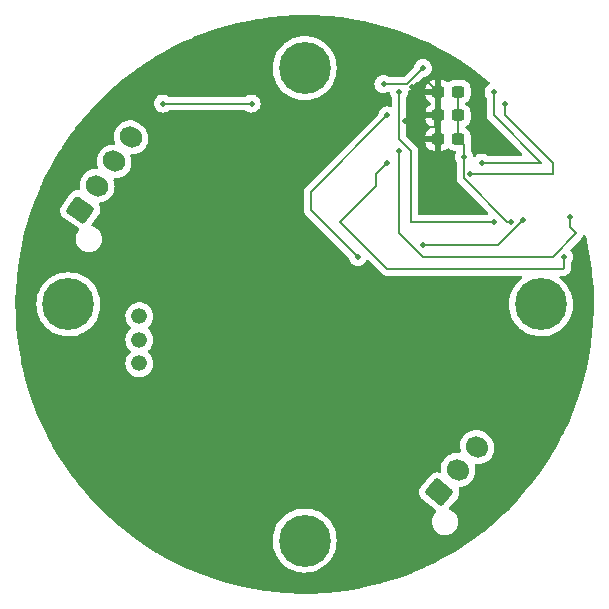
<source format=gbr>
%TF.GenerationSoftware,KiCad,Pcbnew,(6.0.4)*%
%TF.CreationDate,2022-04-19T23:51:48-04:00*%
%TF.ProjectId,Light_Sensor_schematic,4c696768-745f-4536-956e-736f725f7363,rev?*%
%TF.SameCoordinates,Original*%
%TF.FileFunction,Copper,L2,Bot*%
%TF.FilePolarity,Positive*%
%FSLAX46Y46*%
G04 Gerber Fmt 4.6, Leading zero omitted, Abs format (unit mm)*
G04 Created by KiCad (PCBNEW (6.0.4)) date 2022-04-19 23:51:48*
%MOMM*%
%LPD*%
G01*
G04 APERTURE LIST*
G04 Aperture macros list*
%AMRoundRect*
0 Rectangle with rounded corners*
0 $1 Rounding radius*
0 $2 $3 $4 $5 $6 $7 $8 $9 X,Y pos of 4 corners*
0 Add a 4 corners polygon primitive as box body*
4,1,4,$2,$3,$4,$5,$6,$7,$8,$9,$2,$3,0*
0 Add four circle primitives for the rounded corners*
1,1,$1+$1,$2,$3*
1,1,$1+$1,$4,$5*
1,1,$1+$1,$6,$7*
1,1,$1+$1,$8,$9*
0 Add four rect primitives between the rounded corners*
20,1,$1+$1,$2,$3,$4,$5,0*
20,1,$1+$1,$4,$5,$6,$7,0*
20,1,$1+$1,$6,$7,$8,$9,0*
20,1,$1+$1,$8,$9,$2,$3,0*%
%AMHorizOval*
0 Thick line with rounded ends*
0 $1 width*
0 $2 $3 position (X,Y) of the first rounded end (center of the circle)*
0 $4 $5 position (X,Y) of the second rounded end (center of the circle)*
0 Add line between two ends*
20,1,$1,$2,$3,$4,$5,0*
0 Add two circle primitives to create the rounded ends*
1,1,$1,$2,$3*
1,1,$1,$4,$5*%
G04 Aperture macros list end*
%TA.AperFunction,ComponentPad*%
%ADD10C,4.400000*%
%TD*%
%TA.AperFunction,ComponentPad*%
%ADD11C,0.700000*%
%TD*%
%TA.AperFunction,ComponentPad*%
%ADD12RoundRect,0.250000X0.169710X-0.925648X0.941055X-0.006394X-0.169710X0.925648X-0.941055X0.006394X0*%
%TD*%
%TA.AperFunction,ComponentPad*%
%ADD13HorizOval,1.700000X-0.095756X0.080348X0.095756X-0.080348X0*%
%TD*%
%TA.AperFunction,ComponentPad*%
%ADD14RoundRect,0.250000X0.249739X-0.907334X0.938031X0.075648X-0.249739X0.907334X-0.938031X-0.075648X0*%
%TD*%
%TA.AperFunction,ComponentPad*%
%ADD15HorizOval,1.700000X-0.102394X0.071697X0.102394X-0.071697X0*%
%TD*%
%TA.AperFunction,SMDPad,CuDef*%
%ADD16RoundRect,0.237500X-0.300000X-0.237500X0.300000X-0.237500X0.300000X0.237500X-0.300000X0.237500X0*%
%TD*%
%TA.AperFunction,ComponentPad*%
%ADD17C,1.330000*%
%TD*%
%TA.AperFunction,ViaPad*%
%ADD18C,0.508000*%
%TD*%
%TA.AperFunction,Conductor*%
%ADD19C,0.152400*%
%TD*%
G04 APERTURE END LIST*
D10*
%TO.P,H1,1*%
%TO.N,N/C*%
X125000000Y-125000000D03*
D11*
X126166726Y-126166726D03*
X126650000Y-125000000D03*
X125000000Y-126650000D03*
X125000000Y-123350000D03*
X123350000Y-125000000D03*
X123833274Y-126166726D03*
X123833274Y-123833274D03*
X126166726Y-123833274D03*
%TD*%
%TO.P,H2,1*%
%TO.N,N/C*%
X125000000Y-86650000D03*
X123833274Y-86166726D03*
D10*
X125000000Y-85000000D03*
D11*
X125000000Y-83350000D03*
X126650000Y-85000000D03*
X123833274Y-83833274D03*
X123350000Y-85000000D03*
X126166726Y-86166726D03*
X126166726Y-83833274D03*
%TD*%
%TO.P,H3,1*%
%TO.N,N/C*%
X146166726Y-106166726D03*
D10*
X145000000Y-105000000D03*
D11*
X145000000Y-103350000D03*
X143833274Y-106166726D03*
X146650000Y-105000000D03*
X146166726Y-103833274D03*
X143833274Y-103833274D03*
X143350000Y-105000000D03*
X145000000Y-106650000D03*
%TD*%
%TO.P,H4,1*%
%TO.N,N/C*%
X106650000Y-105000000D03*
X103833274Y-106166726D03*
X106166726Y-106166726D03*
X105000000Y-103350000D03*
X103350000Y-105000000D03*
X105000000Y-106650000D03*
X103833274Y-103833274D03*
D10*
X105000000Y-105000000D03*
D11*
X106166726Y-103833274D03*
%TD*%
D12*
%TO.P,J1,1,Pin_1*%
%TO.N,GND*%
X136393031Y-120915111D03*
D13*
%TO.P,J1,2,Pin_2*%
%TO.N,Net-(J1-Pad2)*%
X138000000Y-119000000D03*
%TO.P,J1,3,Pin_3*%
%TO.N,Net-(J1-Pad3)*%
X139606969Y-117084889D03*
%TD*%
D14*
%TO.P,J3,1,Pin_1*%
%TO.N,unconnected-(J3-Pad1)*%
X106000000Y-97000000D03*
D15*
%TO.P,J3,2,Pin_2*%
%TO.N,Net-(J3-Pad2)*%
X107433941Y-94952120D03*
%TO.P,J3,3,Pin_3*%
%TO.N,unconnected-(J3-Pad3)*%
X108867882Y-92904240D03*
%TO.P,J3,4,Pin_4*%
%TO.N,GND*%
X110301823Y-90856360D03*
%TD*%
D16*
%TO.P,C2,1*%
%TO.N,VDD*%
X136275000Y-87000000D03*
%TO.P,C2,2*%
%TO.N,GND*%
X138000000Y-87000000D03*
%TD*%
%TO.P,C4,1*%
%TO.N,VDD*%
X136275000Y-89000000D03*
%TO.P,C4,2*%
%TO.N,GND*%
X138000000Y-89000000D03*
%TD*%
%TO.P,C6,1*%
%TO.N,VDD*%
X136275000Y-91000000D03*
%TO.P,C6,2*%
%TO.N,GND*%
X138000000Y-91000000D03*
%TD*%
D17*
%TO.P,IC1,1,GND*%
%TO.N,GND*%
X111000000Y-110000000D03*
%TO.P,IC1,2,VDD*%
%TO.N,/sensor_pwr*%
X111000000Y-108000000D03*
%TO.P,IC1,3,OUT*%
%TO.N,/tsl237_freq*%
X111000000Y-106000000D03*
%TD*%
D18*
%TO.N,GND*%
X138500000Y-92500000D03*
X135000000Y-85000000D03*
X120500000Y-88000000D03*
X113000000Y-88000000D03*
X142500000Y-98000000D03*
X131677096Y-86322904D03*
%TO.N,VDD*%
X133530200Y-89500000D03*
X134124909Y-86624909D03*
X127000000Y-88000000D03*
X117500000Y-89500000D03*
X137389663Y-94428336D03*
%TO.N,/TX*%
X147476201Y-97634201D03*
X133000000Y-92000000D03*
%TO.N,/RX*%
X146946001Y-101000000D03*
X132000000Y-93000000D03*
%TO.N,/NRST*%
X129500000Y-101000000D03*
X135000000Y-100000000D03*
X143500000Y-97830599D03*
X132000000Y-89000000D03*
%TO.N,/SWDIO*%
X142000000Y-88000000D03*
X139000000Y-94000000D03*
%TO.N,/SWDCLK*%
X140000000Y-93000000D03*
X141000000Y-87000000D03*
%TO.N,/SWO*%
X141000000Y-98000000D03*
X133000000Y-87000000D03*
%TD*%
D19*
%TO.N,GND*%
X138500000Y-93000000D02*
X138500000Y-92500000D01*
X142140790Y-98000000D02*
X138469799Y-94329009D01*
X138000000Y-89000000D02*
X138000000Y-90538998D01*
X138469799Y-94329009D02*
X138469799Y-93030201D01*
X138500000Y-91500000D02*
X138000000Y-91000000D01*
X138000000Y-91000000D02*
X138000000Y-89170347D01*
X138500000Y-92500000D02*
X138500000Y-91500000D01*
X133677096Y-86322904D02*
X135000000Y-85000000D01*
X138000000Y-87000000D02*
X138000000Y-91000000D01*
X131677096Y-86322904D02*
X133677096Y-86322904D01*
X138469799Y-93030201D02*
X138500000Y-93000000D01*
X142500000Y-98000000D02*
X142140790Y-98000000D01*
X120500000Y-88000000D02*
X113000000Y-88000000D01*
%TO.N,VDD*%
X134124909Y-86624909D02*
X134501028Y-86248790D01*
X136275000Y-91000000D02*
X136275000Y-93275000D01*
X133530200Y-89500000D02*
X134030200Y-90000000D01*
X137428336Y-94428336D02*
X137389663Y-94428336D01*
X134501028Y-86248790D02*
X135523790Y-86248790D01*
X136000000Y-90000000D02*
X136000000Y-89275000D01*
X125500000Y-89500000D02*
X127000000Y-88000000D01*
X135523790Y-86248790D02*
X136275000Y-87000000D01*
X136275000Y-93275000D02*
X137428336Y-94428336D01*
X117500000Y-89500000D02*
X125500000Y-89500000D01*
X136000000Y-89000000D02*
X136275000Y-89000000D01*
X134030200Y-90000000D02*
X136000000Y-90000000D01*
X136000000Y-89275000D02*
X136275000Y-89000000D01*
%TO.N,/TX*%
X147476201Y-98476201D02*
X147476201Y-97634201D01*
X135000000Y-101000000D02*
X146000000Y-101000000D01*
X133000000Y-92000000D02*
X133000000Y-99000000D01*
X146000000Y-101000000D02*
X148000000Y-99000000D01*
X133000000Y-99000000D02*
X135000000Y-101000000D01*
X148000000Y-99000000D02*
X147476201Y-98476201D01*
%TO.N,/RX*%
X131000000Y-95000000D02*
X131000000Y-94000000D01*
X146892002Y-102000000D02*
X132000000Y-102000000D01*
X128000000Y-98000000D02*
X131000000Y-95000000D01*
X146946001Y-101000000D02*
X146946001Y-101946001D01*
X131000000Y-94000000D02*
X132000000Y-93000000D01*
X132000000Y-102000000D02*
X128000000Y-98000000D01*
X146946001Y-101946001D02*
X146892002Y-102000000D01*
%TO.N,/NRST*%
X132000000Y-89000000D02*
X125500000Y-95500000D01*
X125500000Y-97000000D02*
X129500000Y-101000000D01*
X141330599Y-100000000D02*
X135000000Y-100000000D01*
X125500000Y-95500000D02*
X125500000Y-97000000D01*
X143500000Y-97830599D02*
X141330599Y-100000000D01*
%TO.N,/SWDIO*%
X146000000Y-93000000D02*
X142000000Y-89000000D01*
X142000000Y-89000000D02*
X142000000Y-88000000D01*
X146000000Y-94000000D02*
X146000000Y-93000000D01*
X139000000Y-94000000D02*
X146000000Y-94000000D01*
%TO.N,/SWDCLK*%
X145000000Y-93000000D02*
X141000000Y-89000000D01*
X141000000Y-89000000D02*
X141000000Y-87000000D01*
X140000000Y-93000000D02*
X145000000Y-93000000D01*
%TO.N,/SWO*%
X133000000Y-91000000D02*
X133000000Y-87000000D01*
X141000000Y-98000000D02*
X134000000Y-98000000D01*
X134000000Y-92000000D02*
X133000000Y-91000000D01*
X134000000Y-98000000D02*
X134000000Y-92000000D01*
%TD*%
%TA.AperFunction,Conductor*%
%TO.N,VDD*%
G36*
X125130753Y-80508900D02*
G01*
X125600726Y-80520796D01*
X126108510Y-80533649D01*
X126113529Y-80533877D01*
X126550067Y-80562489D01*
X127089465Y-80597844D01*
X127094504Y-80598276D01*
X128067086Y-80701357D01*
X128072104Y-80701991D01*
X128600071Y-80779483D01*
X129039757Y-80844018D01*
X129044718Y-80844848D01*
X129407862Y-80913136D01*
X130005945Y-81025605D01*
X130010896Y-81026640D01*
X130964031Y-81245813D01*
X130968936Y-81247045D01*
X131912525Y-81504297D01*
X131917377Y-81505725D01*
X132849874Y-81800634D01*
X132854664Y-81802255D01*
X133701229Y-82107872D01*
X133774598Y-82134359D01*
X133779320Y-82136172D01*
X134685151Y-82504913D01*
X134689796Y-82506913D01*
X135580140Y-82911729D01*
X135584701Y-82913915D01*
X135833915Y-83039529D01*
X136458042Y-83354115D01*
X136462488Y-83356467D01*
X136818605Y-83554273D01*
X137317502Y-83831386D01*
X137321873Y-83833930D01*
X138157117Y-84342765D01*
X138161383Y-84345483D01*
X138757330Y-84742179D01*
X138873593Y-84819570D01*
X138975519Y-84887418D01*
X138979667Y-84890300D01*
X139658131Y-85382329D01*
X139771422Y-85464489D01*
X139775449Y-85467535D01*
X140543532Y-86073043D01*
X140547411Y-86076229D01*
X140558934Y-86086088D01*
X140624672Y-86142334D01*
X140663429Y-86201819D01*
X140663873Y-86272814D01*
X140625864Y-86332779D01*
X140608780Y-86345390D01*
X140527588Y-86395340D01*
X140522557Y-86400267D01*
X140522554Y-86400269D01*
X140484370Y-86437662D01*
X140405366Y-86515028D01*
X140312698Y-86658820D01*
X140310287Y-86665443D01*
X140310286Y-86665446D01*
X140256600Y-86812947D01*
X140256599Y-86812952D01*
X140254190Y-86819570D01*
X140232750Y-86989286D01*
X140249443Y-87159536D01*
X140303440Y-87321856D01*
X140307087Y-87327878D01*
X140307088Y-87327880D01*
X140388407Y-87462155D01*
X140389408Y-87463807D01*
X140392056Y-87468180D01*
X140391288Y-87468645D01*
X140414845Y-87529271D01*
X140415300Y-87539970D01*
X140415300Y-88953421D01*
X140414222Y-88969867D01*
X140410255Y-89000000D01*
X140415300Y-89038319D01*
X140415300Y-89038321D01*
X140430350Y-89152637D01*
X140433510Y-89160266D01*
X140472010Y-89253213D01*
X140486035Y-89287072D01*
X140489266Y-89294873D01*
X140507096Y-89318109D01*
X140582987Y-89417013D01*
X140589537Y-89422039D01*
X140589541Y-89422043D01*
X140607109Y-89435523D01*
X140619501Y-89446391D01*
X143373315Y-92200205D01*
X143407341Y-92262517D01*
X143402276Y-92333332D01*
X143359729Y-92390168D01*
X143293209Y-92414979D01*
X143284220Y-92415300D01*
X140538383Y-92415300D01*
X140470869Y-92395686D01*
X140342316Y-92314104D01*
X140342313Y-92314102D01*
X140336373Y-92310333D01*
X140329740Y-92307971D01*
X140181854Y-92255311D01*
X140181849Y-92255310D01*
X140175219Y-92252949D01*
X140168231Y-92252116D01*
X140168228Y-92252115D01*
X140052655Y-92238334D01*
X140005357Y-92232694D01*
X139998354Y-92233430D01*
X139998353Y-92233430D01*
X139953958Y-92238096D01*
X139835228Y-92250575D01*
X139825761Y-92253798D01*
X139679956Y-92303434D01*
X139679953Y-92303435D01*
X139673289Y-92305704D01*
X139527588Y-92395340D01*
X139522557Y-92400267D01*
X139522554Y-92400269D01*
X139467082Y-92454592D01*
X139404417Y-92487963D01*
X139333658Y-92482157D01*
X139277271Y-92439018D01*
X139253709Y-92378614D01*
X139249041Y-92336997D01*
X139249041Y-92336996D01*
X139248256Y-92330000D01*
X139242721Y-92314104D01*
X139194314Y-92175097D01*
X139194313Y-92175095D01*
X139191999Y-92168450D01*
X139103846Y-92027375D01*
X139084700Y-91960606D01*
X139084700Y-91546586D01*
X139085778Y-91530139D01*
X139088668Y-91508188D01*
X139089746Y-91500000D01*
X139075967Y-91395340D01*
X139070728Y-91355547D01*
X139070727Y-91355543D01*
X139069650Y-91347363D01*
X139066492Y-91339739D01*
X139066491Y-91339735D01*
X139055591Y-91313421D01*
X139046000Y-91265204D01*
X139046000Y-90712928D01*
X139042365Y-90677892D01*
X139035919Y-90615765D01*
X139035918Y-90615761D01*
X139035207Y-90608907D01*
X138980154Y-90443893D01*
X138888616Y-90295969D01*
X138883434Y-90290796D01*
X138770684Y-90178242D01*
X138770679Y-90178238D01*
X138765503Y-90173071D01*
X138712010Y-90140097D01*
X138658803Y-90107300D01*
X138611310Y-90054528D01*
X138599886Y-89984456D01*
X138628160Y-89919332D01*
X138658616Y-89892896D01*
X138760303Y-89829970D01*
X138766531Y-89826116D01*
X138802800Y-89789784D01*
X138884258Y-89708184D01*
X138884262Y-89708179D01*
X138889429Y-89703003D01*
X138924787Y-89645642D01*
X138976869Y-89561150D01*
X138976870Y-89561148D01*
X138980709Y-89554920D01*
X139035474Y-89389809D01*
X139046000Y-89287072D01*
X139046000Y-88712928D01*
X139042692Y-88681045D01*
X139035919Y-88615765D01*
X139035918Y-88615761D01*
X139035207Y-88608907D01*
X138980154Y-88443893D01*
X138888616Y-88295969D01*
X138877167Y-88284540D01*
X138770684Y-88178242D01*
X138770679Y-88178238D01*
X138765503Y-88173071D01*
X138754391Y-88166221D01*
X138658803Y-88107300D01*
X138611310Y-88054528D01*
X138599886Y-87984456D01*
X138628160Y-87919332D01*
X138658616Y-87892896D01*
X138760303Y-87829970D01*
X138766531Y-87826116D01*
X138807794Y-87784781D01*
X138884258Y-87708184D01*
X138884262Y-87708179D01*
X138889429Y-87703003D01*
X138912580Y-87665446D01*
X138976869Y-87561150D01*
X138976870Y-87561148D01*
X138980709Y-87554920D01*
X139035474Y-87389809D01*
X139046000Y-87287072D01*
X139046000Y-86712928D01*
X139045012Y-86703406D01*
X139035919Y-86615765D01*
X139035918Y-86615761D01*
X139035207Y-86608907D01*
X139027375Y-86585430D01*
X138982472Y-86450841D01*
X138980154Y-86443893D01*
X138888616Y-86295969D01*
X138883434Y-86290796D01*
X138770684Y-86178242D01*
X138770679Y-86178238D01*
X138765503Y-86173071D01*
X138715639Y-86142334D01*
X138623650Y-86085631D01*
X138623648Y-86085630D01*
X138617420Y-86081791D01*
X138452309Y-86027026D01*
X138445473Y-86026326D01*
X138445470Y-86026325D01*
X138393974Y-86021049D01*
X138349572Y-86016500D01*
X137650428Y-86016500D01*
X137647182Y-86016837D01*
X137647178Y-86016837D01*
X137553265Y-86026581D01*
X137553261Y-86026582D01*
X137546407Y-86027293D01*
X137539871Y-86029474D01*
X137539869Y-86029474D01*
X137409319Y-86073029D01*
X137381393Y-86082346D01*
X137233469Y-86173884D01*
X137228297Y-86179065D01*
X137226227Y-86181139D01*
X137224462Y-86182105D01*
X137222559Y-86183613D01*
X137222301Y-86183287D01*
X137163946Y-86215219D01*
X137093125Y-86210218D01*
X137048030Y-86181292D01*
X137045369Y-86178636D01*
X137033960Y-86169625D01*
X136898437Y-86086088D01*
X136885259Y-86079944D01*
X136733734Y-86029685D01*
X136720368Y-86026819D01*
X136627730Y-86017328D01*
X136621315Y-86017000D01*
X136547115Y-86017000D01*
X136531876Y-86021475D01*
X136530671Y-86022865D01*
X136529000Y-86030548D01*
X136529000Y-87983000D01*
X136528895Y-87983000D01*
X136530369Y-88024254D01*
X136529000Y-88030547D01*
X136529000Y-89983000D01*
X136528895Y-89983000D01*
X136530369Y-90024254D01*
X136529000Y-90030547D01*
X136529000Y-91964885D01*
X136533475Y-91980124D01*
X136534865Y-91981329D01*
X136542548Y-91983000D01*
X136621266Y-91983000D01*
X136627782Y-91982663D01*
X136721632Y-91972925D01*
X136735028Y-91970032D01*
X136886453Y-91919512D01*
X136899615Y-91913347D01*
X137034992Y-91829574D01*
X137046394Y-91820536D01*
X137048067Y-91818861D01*
X137049493Y-91818081D01*
X137052127Y-91815993D01*
X137052484Y-91816444D01*
X137110349Y-91784781D01*
X137181169Y-91789784D01*
X137226254Y-91818701D01*
X137227125Y-91819570D01*
X137234497Y-91826929D01*
X137382580Y-91918209D01*
X137547691Y-91972974D01*
X137554527Y-91973674D01*
X137554530Y-91973675D01*
X137601870Y-91978525D01*
X137650428Y-91983500D01*
X137697388Y-91983500D01*
X137765509Y-92003502D01*
X137812002Y-92057158D01*
X137822106Y-92127432D01*
X137812371Y-92158701D01*
X137812698Y-92158820D01*
X137756600Y-92312947D01*
X137756599Y-92312952D01*
X137754190Y-92319570D01*
X137732750Y-92489286D01*
X137749443Y-92659536D01*
X137803440Y-92821856D01*
X137807087Y-92827879D01*
X137807088Y-92827880D01*
X137865983Y-92925128D01*
X137884162Y-92993758D01*
X137883129Y-93006844D01*
X137880054Y-93030201D01*
X137881132Y-93038389D01*
X137884021Y-93060334D01*
X137885099Y-93076780D01*
X137885099Y-94282431D01*
X137884021Y-94298878D01*
X137880054Y-94329009D01*
X137881132Y-94337197D01*
X137885099Y-94367328D01*
X137885099Y-94367330D01*
X137895123Y-94443467D01*
X137900149Y-94481646D01*
X137903309Y-94489276D01*
X137903310Y-94489278D01*
X137924925Y-94541461D01*
X137924926Y-94541462D01*
X137959065Y-94623882D01*
X137981277Y-94652829D01*
X138052786Y-94746022D01*
X138059336Y-94751048D01*
X138059340Y-94751052D01*
X138076908Y-94764532D01*
X138089300Y-94775400D01*
X140514105Y-97200205D01*
X140548131Y-97262517D01*
X140543066Y-97333332D01*
X140500519Y-97390168D01*
X140433999Y-97414979D01*
X140425010Y-97415300D01*
X134710700Y-97415300D01*
X134642579Y-97395298D01*
X134596086Y-97341642D01*
X134584700Y-97289300D01*
X134584700Y-92046586D01*
X134585778Y-92030139D01*
X134588668Y-92008188D01*
X134589746Y-92000000D01*
X134569650Y-91847363D01*
X134510734Y-91705128D01*
X134440543Y-91613652D01*
X134440542Y-91613651D01*
X134417013Y-91582987D01*
X134410126Y-91577702D01*
X134392898Y-91564483D01*
X134380507Y-91553616D01*
X134110657Y-91283766D01*
X135229500Y-91283766D01*
X135229837Y-91290282D01*
X135239575Y-91384132D01*
X135242468Y-91397528D01*
X135292988Y-91548953D01*
X135299153Y-91562115D01*
X135382926Y-91697492D01*
X135391960Y-91708890D01*
X135504629Y-91821363D01*
X135516040Y-91830375D01*
X135651563Y-91913912D01*
X135664741Y-91920056D01*
X135816266Y-91970315D01*
X135829632Y-91973181D01*
X135922270Y-91982672D01*
X135928685Y-91983000D01*
X136002885Y-91983000D01*
X136018124Y-91978525D01*
X136019329Y-91977135D01*
X136021000Y-91969452D01*
X136021000Y-91272115D01*
X136016525Y-91256876D01*
X136015135Y-91255671D01*
X136007452Y-91254000D01*
X135247615Y-91254000D01*
X135232376Y-91258475D01*
X135231171Y-91259865D01*
X135229500Y-91267548D01*
X135229500Y-91283766D01*
X134110657Y-91283766D01*
X134079840Y-91252949D01*
X133621605Y-90794715D01*
X133587580Y-90732402D01*
X133587094Y-90727885D01*
X135229500Y-90727885D01*
X135233975Y-90743124D01*
X135235365Y-90744329D01*
X135243048Y-90746000D01*
X136002885Y-90746000D01*
X136018124Y-90741525D01*
X136019329Y-90740135D01*
X136021000Y-90732452D01*
X136021000Y-90017000D01*
X136021105Y-90017000D01*
X136019631Y-89975746D01*
X136021000Y-89969453D01*
X136021000Y-89272115D01*
X136016525Y-89256876D01*
X136015135Y-89255671D01*
X136007452Y-89254000D01*
X135247615Y-89254000D01*
X135232376Y-89258475D01*
X135231171Y-89259865D01*
X135229500Y-89267548D01*
X135229500Y-89283766D01*
X135229837Y-89290282D01*
X135239575Y-89384132D01*
X135242468Y-89397528D01*
X135292988Y-89548953D01*
X135299153Y-89562115D01*
X135382926Y-89697492D01*
X135391960Y-89708890D01*
X135504629Y-89821363D01*
X135516043Y-89830377D01*
X135617149Y-89892699D01*
X135664643Y-89945470D01*
X135676067Y-90015542D01*
X135647793Y-90080666D01*
X135617337Y-90107103D01*
X135515010Y-90170425D01*
X135503610Y-90179460D01*
X135391137Y-90292129D01*
X135382125Y-90303540D01*
X135298588Y-90439063D01*
X135292444Y-90452241D01*
X135242185Y-90603766D01*
X135239319Y-90617132D01*
X135229828Y-90709770D01*
X135229500Y-90716185D01*
X135229500Y-90727885D01*
X133587094Y-90727885D01*
X133584700Y-90705619D01*
X133584700Y-88727885D01*
X135229500Y-88727885D01*
X135233975Y-88743124D01*
X135235365Y-88744329D01*
X135243048Y-88746000D01*
X136002885Y-88746000D01*
X136018124Y-88741525D01*
X136019329Y-88740135D01*
X136021000Y-88732452D01*
X136021000Y-88017000D01*
X136021105Y-88017000D01*
X136019631Y-87975746D01*
X136021000Y-87969453D01*
X136021000Y-87272115D01*
X136016525Y-87256876D01*
X136015135Y-87255671D01*
X136007452Y-87254000D01*
X135247615Y-87254000D01*
X135232376Y-87258475D01*
X135231171Y-87259865D01*
X135229500Y-87267548D01*
X135229500Y-87283766D01*
X135229837Y-87290282D01*
X135239575Y-87384132D01*
X135242468Y-87397528D01*
X135292988Y-87548953D01*
X135299153Y-87562115D01*
X135382926Y-87697492D01*
X135391960Y-87708890D01*
X135504629Y-87821363D01*
X135516043Y-87830377D01*
X135617149Y-87892699D01*
X135664643Y-87945470D01*
X135676067Y-88015542D01*
X135647793Y-88080666D01*
X135617337Y-88107103D01*
X135515010Y-88170425D01*
X135503610Y-88179460D01*
X135391137Y-88292129D01*
X135382125Y-88303540D01*
X135298588Y-88439063D01*
X135292444Y-88452241D01*
X135242185Y-88603766D01*
X135239319Y-88617132D01*
X135229828Y-88709770D01*
X135229500Y-88716185D01*
X135229500Y-88727885D01*
X133584700Y-88727885D01*
X133584700Y-87535942D01*
X133605752Y-87466215D01*
X133655293Y-87391649D01*
X133682471Y-87350743D01*
X133737120Y-87206880D01*
X133740718Y-87197408D01*
X133740719Y-87197406D01*
X133743218Y-87190826D01*
X133747616Y-87159536D01*
X133766475Y-87025347D01*
X133766475Y-87025344D01*
X133767026Y-87021425D01*
X133767313Y-87000847D01*
X133788263Y-86933013D01*
X133845083Y-86886196D01*
X133946723Y-86844095D01*
X133964340Y-86836798D01*
X133971969Y-86833638D01*
X134050961Y-86773025D01*
X134094109Y-86739917D01*
X134103342Y-86727885D01*
X135229500Y-86727885D01*
X135233975Y-86743124D01*
X135235365Y-86744329D01*
X135243048Y-86746000D01*
X136002885Y-86746000D01*
X136018124Y-86741525D01*
X136019329Y-86740135D01*
X136021000Y-86732452D01*
X136021000Y-86035115D01*
X136016525Y-86019876D01*
X136015135Y-86018671D01*
X136007452Y-86017000D01*
X135928734Y-86017000D01*
X135922218Y-86017337D01*
X135828368Y-86027075D01*
X135814972Y-86029968D01*
X135663547Y-86080488D01*
X135650385Y-86086653D01*
X135515008Y-86170426D01*
X135503610Y-86179460D01*
X135391137Y-86292129D01*
X135382125Y-86303540D01*
X135298588Y-86439063D01*
X135292444Y-86452241D01*
X135242185Y-86603766D01*
X135239319Y-86617132D01*
X135229828Y-86709770D01*
X135229500Y-86716185D01*
X135229500Y-86727885D01*
X134103342Y-86727885D01*
X134112616Y-86715798D01*
X134123484Y-86703406D01*
X135035072Y-85791819D01*
X135097384Y-85757794D01*
X135112747Y-85755434D01*
X135147273Y-85752292D01*
X135147275Y-85752292D01*
X135154292Y-85751653D01*
X135160990Y-85749477D01*
X135160993Y-85749476D01*
X135310289Y-85700966D01*
X135310291Y-85700965D01*
X135316985Y-85698790D01*
X135420626Y-85637008D01*
X135457872Y-85614805D01*
X135457874Y-85614804D01*
X135463924Y-85611197D01*
X135587805Y-85493227D01*
X135604872Y-85467540D01*
X135678570Y-85356614D01*
X135682471Y-85350743D01*
X135743218Y-85190826D01*
X135762051Y-85056826D01*
X135766475Y-85025347D01*
X135766475Y-85025344D01*
X135767026Y-85021425D01*
X135767325Y-85000000D01*
X135748256Y-84830000D01*
X135718154Y-84743556D01*
X135694314Y-84675097D01*
X135694313Y-84675095D01*
X135691999Y-84668450D01*
X135601348Y-84523378D01*
X135588159Y-84510096D01*
X135485772Y-84406992D01*
X135480809Y-84401994D01*
X135387478Y-84342765D01*
X135342316Y-84314104D01*
X135342313Y-84314102D01*
X135336373Y-84310333D01*
X135329740Y-84307971D01*
X135181854Y-84255311D01*
X135181849Y-84255310D01*
X135175219Y-84252949D01*
X135168231Y-84252116D01*
X135168228Y-84252115D01*
X135052655Y-84238334D01*
X135005357Y-84232694D01*
X134998354Y-84233430D01*
X134998353Y-84233430D01*
X134953958Y-84238096D01*
X134835228Y-84250575D01*
X134825071Y-84254033D01*
X134679956Y-84303434D01*
X134679953Y-84303435D01*
X134673289Y-84305704D01*
X134527588Y-84395340D01*
X134522557Y-84400267D01*
X134522554Y-84400269D01*
X134515689Y-84406992D01*
X134405366Y-84515028D01*
X134401547Y-84520953D01*
X134401546Y-84520955D01*
X134396135Y-84529352D01*
X134312698Y-84658820D01*
X134310287Y-84665443D01*
X134310286Y-84665446D01*
X134256599Y-84812951D01*
X134254190Y-84819570D01*
X134245620Y-84887418D01*
X134245232Y-84890486D01*
X134216850Y-84955563D01*
X134209320Y-84963790D01*
X133471811Y-85701299D01*
X133409499Y-85735325D01*
X133382716Y-85738204D01*
X132215479Y-85738204D01*
X132147965Y-85718590D01*
X132019412Y-85637008D01*
X132019409Y-85637006D01*
X132013469Y-85633237D01*
X132006836Y-85630875D01*
X131858950Y-85578215D01*
X131858945Y-85578214D01*
X131852315Y-85575853D01*
X131845327Y-85575020D01*
X131845324Y-85575019D01*
X131729751Y-85561238D01*
X131682453Y-85555598D01*
X131675450Y-85556334D01*
X131675449Y-85556334D01*
X131631054Y-85561000D01*
X131512324Y-85573479D01*
X131502167Y-85576937D01*
X131357052Y-85626338D01*
X131357049Y-85626339D01*
X131350385Y-85628608D01*
X131204684Y-85718244D01*
X131199653Y-85723171D01*
X131199650Y-85723173D01*
X131162485Y-85759568D01*
X131082462Y-85837932D01*
X130989794Y-85981724D01*
X130987383Y-85988347D01*
X130987382Y-85988350D01*
X130933696Y-86135851D01*
X130933695Y-86135856D01*
X130931286Y-86142474D01*
X130909846Y-86312190D01*
X130926539Y-86482440D01*
X130980536Y-86644760D01*
X130984183Y-86650782D01*
X130984184Y-86650784D01*
X131065502Y-86785058D01*
X131065505Y-86785061D01*
X131069152Y-86791084D01*
X131187985Y-86914138D01*
X131193881Y-86917996D01*
X131320492Y-87000848D01*
X131331126Y-87007807D01*
X131337730Y-87010263D01*
X131337732Y-87010264D01*
X131484853Y-87064978D01*
X131484855Y-87064978D01*
X131491463Y-87067436D01*
X131570550Y-87077989D01*
X131654045Y-87089130D01*
X131654049Y-87089130D01*
X131661026Y-87090061D01*
X131668037Y-87089423D01*
X131668041Y-87089423D01*
X131824369Y-87075196D01*
X131824371Y-87075196D01*
X131831388Y-87074557D01*
X131838086Y-87072381D01*
X131838089Y-87072380D01*
X131987385Y-87023870D01*
X131987387Y-87023869D01*
X131994081Y-87021694D01*
X132052031Y-86987149D01*
X132120786Y-86969449D01*
X132188195Y-86991731D01*
X132232857Y-87046920D01*
X132241947Y-87083082D01*
X132249443Y-87159536D01*
X132303440Y-87321856D01*
X132307087Y-87327878D01*
X132307088Y-87327880D01*
X132388407Y-87462155D01*
X132389408Y-87463807D01*
X132392056Y-87468180D01*
X132391288Y-87468645D01*
X132414845Y-87529271D01*
X132415300Y-87539970D01*
X132415300Y-88159822D01*
X132395298Y-88227943D01*
X132341642Y-88274436D01*
X132271368Y-88284540D01*
X132247036Y-88278522D01*
X132209034Y-88264990D01*
X132181853Y-88255311D01*
X132181851Y-88255311D01*
X132175219Y-88252949D01*
X132168231Y-88252116D01*
X132168228Y-88252115D01*
X132052655Y-88238334D01*
X132005357Y-88232694D01*
X131998354Y-88233430D01*
X131998353Y-88233430D01*
X131953958Y-88238096D01*
X131835228Y-88250575D01*
X131825071Y-88254033D01*
X131679956Y-88303434D01*
X131679953Y-88303435D01*
X131673289Y-88305704D01*
X131527588Y-88395340D01*
X131522557Y-88400267D01*
X131522554Y-88400269D01*
X131484370Y-88437662D01*
X131405366Y-88515028D01*
X131312698Y-88658820D01*
X131310287Y-88665443D01*
X131310286Y-88665446D01*
X131256600Y-88812947D01*
X131256599Y-88812952D01*
X131254190Y-88819570D01*
X131253307Y-88826562D01*
X131245231Y-88890487D01*
X131216849Y-88955564D01*
X131209320Y-88963790D01*
X125119497Y-95053613D01*
X125107106Y-95064480D01*
X125082987Y-95082987D01*
X125029543Y-95152637D01*
X124989266Y-95205127D01*
X124989266Y-95205128D01*
X124983226Y-95219710D01*
X124983225Y-95219711D01*
X124949378Y-95301426D01*
X124930350Y-95347363D01*
X124916585Y-95451918D01*
X124910255Y-95500000D01*
X124911333Y-95508188D01*
X124914222Y-95530133D01*
X124915300Y-95546579D01*
X124915300Y-96953422D01*
X124914222Y-96969869D01*
X124910255Y-97000000D01*
X124911333Y-97008188D01*
X124915300Y-97038319D01*
X124915300Y-97038321D01*
X124928686Y-97139994D01*
X124930350Y-97152637D01*
X124971901Y-97252949D01*
X124989266Y-97294873D01*
X125023379Y-97339329D01*
X125082987Y-97417013D01*
X125089537Y-97422039D01*
X125089541Y-97422043D01*
X125107109Y-97435523D01*
X125119501Y-97446391D01*
X128708496Y-101035386D01*
X128742522Y-101097698D01*
X128744800Y-101112185D01*
X128749443Y-101159536D01*
X128803440Y-101321856D01*
X128807087Y-101327878D01*
X128807088Y-101327880D01*
X128888406Y-101462154D01*
X128888409Y-101462157D01*
X128892056Y-101468180D01*
X129010889Y-101591234D01*
X129154030Y-101684903D01*
X129160634Y-101687359D01*
X129160636Y-101687360D01*
X129307757Y-101742074D01*
X129307759Y-101742074D01*
X129314367Y-101744532D01*
X129393454Y-101755085D01*
X129476949Y-101766226D01*
X129476953Y-101766226D01*
X129483930Y-101767157D01*
X129490941Y-101766519D01*
X129490945Y-101766519D01*
X129647273Y-101752292D01*
X129647275Y-101752292D01*
X129654292Y-101751653D01*
X129660990Y-101749477D01*
X129660993Y-101749476D01*
X129810289Y-101700966D01*
X129810291Y-101700965D01*
X129816985Y-101698790D01*
X129963924Y-101611197D01*
X130087805Y-101493227D01*
X130101079Y-101473249D01*
X130178570Y-101356614D01*
X130182471Y-101350743D01*
X130207288Y-101285412D01*
X130250177Y-101228834D01*
X130316845Y-101204425D01*
X130386127Y-101219935D01*
X130414171Y-101241061D01*
X131553613Y-102380503D01*
X131564480Y-102392894D01*
X131582987Y-102417013D01*
X131647839Y-102466775D01*
X131705127Y-102510734D01*
X131749274Y-102529020D01*
X131847363Y-102569650D01*
X131906635Y-102577453D01*
X131961676Y-102584700D01*
X131961681Y-102584700D01*
X132000000Y-102589745D01*
X132008188Y-102588667D01*
X132030133Y-102585778D01*
X132046579Y-102584700D01*
X143326942Y-102584700D01*
X143395063Y-102604702D01*
X143441556Y-102658358D01*
X143451660Y-102728632D01*
X143422166Y-102793212D01*
X143403907Y-102810461D01*
X143219260Y-102952916D01*
X143216244Y-102955243D01*
X142983513Y-103184347D01*
X142981149Y-103187314D01*
X142981146Y-103187317D01*
X142964220Y-103208558D01*
X142779991Y-103439751D01*
X142608626Y-103717757D01*
X142471902Y-104014336D01*
X142470741Y-104017940D01*
X142470741Y-104017941D01*
X142462196Y-104044477D01*
X142371797Y-104325192D01*
X142371079Y-104328903D01*
X142371078Y-104328907D01*
X142310482Y-104642105D01*
X142310481Y-104642114D01*
X142309763Y-104645824D01*
X142309496Y-104649600D01*
X142309495Y-104649605D01*
X142288013Y-104953006D01*
X142286698Y-104971585D01*
X142302936Y-105297759D01*
X142303577Y-105301490D01*
X142303578Y-105301498D01*
X142350140Y-105572472D01*
X142358241Y-105619619D01*
X142359329Y-105623258D01*
X142359330Y-105623261D01*
X142400436Y-105760707D01*
X142451814Y-105932504D01*
X142453327Y-105935975D01*
X142453329Y-105935981D01*
X142481232Y-106000000D01*
X142582297Y-106231881D01*
X142584220Y-106235152D01*
X142584222Y-106235156D01*
X142626584Y-106307215D01*
X142747802Y-106513414D01*
X142750103Y-106516429D01*
X142943631Y-106770012D01*
X142943636Y-106770017D01*
X142945931Y-106773025D01*
X143007931Y-106836670D01*
X143127533Y-106959444D01*
X143173814Y-107006953D01*
X143245896Y-107065012D01*
X143425196Y-107209431D01*
X143425201Y-107209435D01*
X143428149Y-107211809D01*
X143705253Y-107384627D01*
X144001112Y-107522903D01*
X144004721Y-107524086D01*
X144185105Y-107583219D01*
X144311440Y-107624634D01*
X144631742Y-107688346D01*
X144635514Y-107688633D01*
X144635522Y-107688634D01*
X144953602Y-107712829D01*
X144953607Y-107712829D01*
X144957379Y-107713116D01*
X145283633Y-107698586D01*
X145289844Y-107697552D01*
X145602037Y-107645590D01*
X145602042Y-107645589D01*
X145605778Y-107644967D01*
X145919149Y-107553034D01*
X145922616Y-107551544D01*
X145922620Y-107551543D01*
X146215721Y-107425616D01*
X146215723Y-107425615D01*
X146219205Y-107424119D01*
X146501601Y-107260091D01*
X146762245Y-107063324D01*
X146997363Y-106836670D01*
X147135069Y-106667525D01*
X147201155Y-106586351D01*
X147201158Y-106586347D01*
X147203549Y-106583410D01*
X147320126Y-106398647D01*
X147375788Y-106310428D01*
X147375790Y-106310425D01*
X147377815Y-106307215D01*
X147517638Y-106012084D01*
X147521670Y-106000000D01*
X147619790Y-105705897D01*
X147619792Y-105705891D01*
X147620992Y-105702293D01*
X147686381Y-105382329D01*
X147687934Y-105363246D01*
X147712674Y-105059061D01*
X147712856Y-105056826D01*
X147713451Y-105000000D01*
X147711510Y-104967796D01*
X147694026Y-104677793D01*
X147694026Y-104677789D01*
X147693798Y-104674015D01*
X147688650Y-104645824D01*
X147635805Y-104356473D01*
X147635804Y-104356469D01*
X147635125Y-104352751D01*
X147627722Y-104328907D01*
X147539404Y-104044477D01*
X147538282Y-104040863D01*
X147404670Y-103742869D01*
X147236226Y-103463084D01*
X147233899Y-103460100D01*
X147233894Y-103460093D01*
X147037726Y-103208558D01*
X147037724Y-103208556D01*
X147035390Y-103205563D01*
X146805070Y-102974034D01*
X146778282Y-102952916D01*
X146596550Y-102809650D01*
X146555437Y-102751769D01*
X146552143Y-102680849D01*
X146587715Y-102619406D01*
X146650858Y-102586949D01*
X146674556Y-102584700D01*
X146845424Y-102584700D01*
X146861871Y-102585778D01*
X146892002Y-102589745D01*
X146930321Y-102584700D01*
X146930326Y-102584700D01*
X147036451Y-102570728D01*
X147044639Y-102569650D01*
X147145215Y-102527990D01*
X147186875Y-102510734D01*
X147244163Y-102466775D01*
X147309015Y-102417013D01*
X147314041Y-102410463D01*
X147314044Y-102410460D01*
X147322362Y-102399619D01*
X147345623Y-102376358D01*
X147363014Y-102363014D01*
X147453901Y-102244567D01*
X147456735Y-102240874D01*
X147493284Y-102152637D01*
X147515651Y-102098638D01*
X147519743Y-102067560D01*
X147530701Y-101984322D01*
X147530701Y-101984320D01*
X147534668Y-101954189D01*
X147535746Y-101946001D01*
X147531779Y-101915868D01*
X147530701Y-101899422D01*
X147530701Y-101535942D01*
X147551753Y-101466215D01*
X147624571Y-101356614D01*
X147628472Y-101350743D01*
X147674781Y-101228834D01*
X147686719Y-101197408D01*
X147686720Y-101197406D01*
X147689219Y-101190826D01*
X147693617Y-101159536D01*
X147712476Y-101025347D01*
X147712476Y-101025344D01*
X147713027Y-101021425D01*
X147713326Y-101000000D01*
X147694257Y-100830000D01*
X147638000Y-100668450D01*
X147547349Y-100523378D01*
X147517570Y-100493390D01*
X147514331Y-100490128D01*
X147480523Y-100427698D01*
X147485835Y-100356900D01*
X147514641Y-100312249D01*
X148380499Y-99446391D01*
X148392891Y-99435523D01*
X148410464Y-99422039D01*
X148410467Y-99422036D01*
X148417013Y-99417013D01*
X148428538Y-99401994D01*
X148446646Y-99378395D01*
X148510734Y-99294873D01*
X148556011Y-99185565D01*
X148600560Y-99130285D01*
X148667923Y-99107864D01*
X148736714Y-99125422D01*
X148785093Y-99177385D01*
X148795360Y-99206188D01*
X148864677Y-99515028D01*
X148999268Y-100114696D01*
X149000277Y-100119652D01*
X149175996Y-101081795D01*
X149176804Y-101086787D01*
X149313760Y-102055155D01*
X149314368Y-102060176D01*
X149367792Y-102590722D01*
X149404498Y-102955243D01*
X149412356Y-103033283D01*
X149412761Y-103038312D01*
X149455041Y-103739611D01*
X149471618Y-104014586D01*
X149471820Y-104019625D01*
X149488723Y-104861630D01*
X149491462Y-104998092D01*
X149491480Y-105001919D01*
X149489476Y-105193292D01*
X149486149Y-105510984D01*
X149486050Y-105514832D01*
X149445921Y-106492649D01*
X149445612Y-106497697D01*
X149366326Y-107472499D01*
X149365815Y-107477530D01*
X149267923Y-108280591D01*
X149247472Y-108448358D01*
X149246761Y-108453354D01*
X149089548Y-109418686D01*
X149088635Y-109423661D01*
X148892810Y-110381887D01*
X148891698Y-110386821D01*
X148657577Y-111336413D01*
X148656268Y-111341298D01*
X148384228Y-112280726D01*
X148382724Y-112285553D01*
X148314742Y-112489324D01*
X148073199Y-113213318D01*
X148071502Y-113218083D01*
X147724999Y-114132661D01*
X147723113Y-114137353D01*
X147340173Y-115037320D01*
X147338109Y-115041911D01*
X146979139Y-115799607D01*
X146919378Y-115925747D01*
X146917122Y-115930273D01*
X146743342Y-116261979D01*
X146522271Y-116683952D01*
X146463234Y-116796639D01*
X146460801Y-116801064D01*
X146264168Y-117142330D01*
X145972528Y-117648484D01*
X145969916Y-117652814D01*
X145756260Y-117991439D01*
X145448032Y-118479950D01*
X145445248Y-118484173D01*
X144890569Y-119289730D01*
X144887617Y-119293837D01*
X144301075Y-120076458D01*
X144297961Y-120080443D01*
X143680498Y-120838878D01*
X143677227Y-120842736D01*
X143029802Y-121575806D01*
X143026385Y-121579523D01*
X142874381Y-121738308D01*
X142350048Y-122286033D01*
X142346478Y-122289615D01*
X142174267Y-122455627D01*
X141655996Y-122955243D01*
X141642366Y-122968382D01*
X141638659Y-122971815D01*
X141066436Y-123480753D01*
X140907836Y-123621812D01*
X140903995Y-123625092D01*
X140760355Y-123742869D01*
X140147716Y-124245201D01*
X140143742Y-124248329D01*
X139991295Y-124363415D01*
X139376353Y-124827650D01*
X139363162Y-124837608D01*
X139359065Y-124840574D01*
X138555448Y-125398062D01*
X138551235Y-125400860D01*
X138213080Y-125615874D01*
X137725936Y-125925621D01*
X137721629Y-125928240D01*
X136875896Y-126419481D01*
X136871473Y-126421933D01*
X136560285Y-126586351D01*
X136081532Y-126839303D01*
X136006726Y-126878827D01*
X136002217Y-126881094D01*
X135186124Y-127271226D01*
X135119842Y-127302912D01*
X135115241Y-127305000D01*
X134222309Y-127688634D01*
X134216625Y-127691076D01*
X134211948Y-127692975D01*
X134159784Y-127712947D01*
X133298555Y-128042679D01*
X133293796Y-128044392D01*
X132367133Y-128357150D01*
X132362309Y-128358671D01*
X131423836Y-128633988D01*
X131418956Y-128635314D01*
X131203861Y-128689143D01*
X130470163Y-128872755D01*
X130465269Y-128873876D01*
X130033457Y-128963693D01*
X129507714Y-129073047D01*
X129502743Y-129073977D01*
X128537991Y-129234556D01*
X128532986Y-129235286D01*
X127562577Y-129357017D01*
X127557547Y-129357546D01*
X127073676Y-129398603D01*
X126583001Y-129440237D01*
X126577960Y-129440563D01*
X125600917Y-129484076D01*
X125595864Y-129484200D01*
X125281066Y-129485574D01*
X124617819Y-129488468D01*
X124612762Y-129488388D01*
X124495762Y-129484200D01*
X123635373Y-129453402D01*
X123630346Y-129453122D01*
X123210634Y-129421195D01*
X122655109Y-129378937D01*
X122650075Y-129378452D01*
X121678645Y-129265195D01*
X121673634Y-129264509D01*
X120707502Y-129112353D01*
X120702523Y-129111466D01*
X119743294Y-128920663D01*
X119738354Y-128919577D01*
X118787532Y-128690427D01*
X118782640Y-128689143D01*
X117841830Y-128422034D01*
X117836993Y-128420556D01*
X116907599Y-128115885D01*
X116902826Y-128114213D01*
X115986449Y-127772505D01*
X115981746Y-127770643D01*
X115400749Y-127527011D01*
X115079798Y-127392425D01*
X115075197Y-127390386D01*
X114189140Y-126976269D01*
X114184612Y-126974041D01*
X113315898Y-126524704D01*
X113311478Y-126522304D01*
X112461499Y-126038466D01*
X112457158Y-126035879D01*
X112419004Y-126012084D01*
X111627262Y-125518309D01*
X111623061Y-125515570D01*
X110824113Y-124971585D01*
X122286698Y-124971585D01*
X122302936Y-125297759D01*
X122303577Y-125301490D01*
X122303578Y-125301498D01*
X122340835Y-125518320D01*
X122358241Y-125619619D01*
X122359329Y-125623258D01*
X122359330Y-125623261D01*
X122450539Y-125928240D01*
X122451814Y-125932504D01*
X122453327Y-125935975D01*
X122453329Y-125935981D01*
X122542868Y-126141416D01*
X122582297Y-126231881D01*
X122584220Y-126235152D01*
X122584222Y-126235156D01*
X122626584Y-126307215D01*
X122747802Y-126513414D01*
X122750103Y-126516429D01*
X122943631Y-126770012D01*
X122943636Y-126770017D01*
X122945931Y-126773025D01*
X123173814Y-127006953D01*
X123246635Y-127065607D01*
X123425196Y-127209431D01*
X123425201Y-127209435D01*
X123428149Y-127211809D01*
X123705253Y-127384627D01*
X124001112Y-127522903D01*
X124311440Y-127624634D01*
X124631742Y-127688346D01*
X124635514Y-127688633D01*
X124635522Y-127688634D01*
X124953602Y-127712829D01*
X124953607Y-127712829D01*
X124957379Y-127713116D01*
X125283633Y-127698586D01*
X125317320Y-127692979D01*
X125602037Y-127645590D01*
X125602042Y-127645589D01*
X125605778Y-127644967D01*
X125919149Y-127553034D01*
X125922616Y-127551544D01*
X125922620Y-127551543D01*
X126215721Y-127425616D01*
X126215723Y-127425615D01*
X126219205Y-127424119D01*
X126501601Y-127260091D01*
X126762245Y-127063324D01*
X126997363Y-126836670D01*
X127203549Y-126583410D01*
X127240586Y-126524710D01*
X127375788Y-126310428D01*
X127375790Y-126310425D01*
X127377815Y-126307215D01*
X127517638Y-126012084D01*
X127544188Y-125932504D01*
X127619790Y-125705897D01*
X127619792Y-125705891D01*
X127620992Y-125702293D01*
X127686381Y-125382329D01*
X127692956Y-125301498D01*
X127712674Y-125059061D01*
X127712856Y-125056826D01*
X127713451Y-125000000D01*
X127711510Y-124967796D01*
X127694026Y-124677793D01*
X127694026Y-124677789D01*
X127693798Y-124674015D01*
X127688650Y-124645824D01*
X127645895Y-124411724D01*
X127635125Y-124352751D01*
X127627722Y-124328907D01*
X127539404Y-124044477D01*
X127538282Y-124040863D01*
X127404670Y-123742869D01*
X127236226Y-123463084D01*
X127233899Y-123460100D01*
X127233894Y-123460093D01*
X127037726Y-123208558D01*
X127037724Y-123208556D01*
X127035390Y-123205563D01*
X126805070Y-122974034D01*
X126548603Y-122771852D01*
X126269705Y-122601945D01*
X126266261Y-122600379D01*
X126266257Y-122600377D01*
X126111655Y-122530084D01*
X125972414Y-122466775D01*
X125661037Y-122368300D01*
X125443492Y-122327390D01*
X125343809Y-122308645D01*
X125343807Y-122308645D01*
X125340086Y-122307945D01*
X125014208Y-122286586D01*
X125010428Y-122286794D01*
X125010427Y-122286794D01*
X124912897Y-122292162D01*
X124688124Y-122304532D01*
X124684397Y-122305193D01*
X124684393Y-122305193D01*
X124527340Y-122333027D01*
X124366557Y-122361522D01*
X124362941Y-122362624D01*
X124362933Y-122362626D01*
X124079687Y-122448953D01*
X124054167Y-122456731D01*
X123755477Y-122588781D01*
X123730041Y-122603914D01*
X123478074Y-122753817D01*
X123478068Y-122753821D01*
X123474814Y-122755757D01*
X123471812Y-122758073D01*
X123318018Y-122876725D01*
X123216244Y-122955243D01*
X123201106Y-122970145D01*
X123011330Y-123156964D01*
X122983513Y-123184347D01*
X122981149Y-123187314D01*
X122981146Y-123187317D01*
X122782356Y-123436783D01*
X122779991Y-123439751D01*
X122608626Y-123717757D01*
X122471902Y-124014336D01*
X122470741Y-124017940D01*
X122470741Y-124017941D01*
X122462196Y-124044477D01*
X122371797Y-124325192D01*
X122371079Y-124328903D01*
X122371078Y-124328907D01*
X122310482Y-124642105D01*
X122310481Y-124642114D01*
X122309763Y-124645824D01*
X122286698Y-124971585D01*
X110824113Y-124971585D01*
X110814619Y-124965121D01*
X110810544Y-124962226D01*
X110024814Y-124379755D01*
X110020817Y-124376666D01*
X109929966Y-124303489D01*
X109259124Y-123763153D01*
X109255258Y-123759909D01*
X109207024Y-123717757D01*
X108518813Y-123116334D01*
X108515078Y-123112936D01*
X108457468Y-123058361D01*
X107977743Y-122603914D01*
X107805056Y-122440326D01*
X107801455Y-122436775D01*
X107118998Y-121736214D01*
X107115542Y-121732521D01*
X106461746Y-121005131D01*
X106458441Y-121001302D01*
X106364041Y-120887394D01*
X134688610Y-120887394D01*
X134689254Y-120894683D01*
X134689254Y-120894687D01*
X134694149Y-120950074D01*
X134704179Y-121063578D01*
X134759862Y-121231456D01*
X134763701Y-121237684D01*
X134763702Y-121237686D01*
X134845540Y-121370451D01*
X134852671Y-121382020D01*
X134925813Y-121457365D01*
X136091505Y-122435496D01*
X136107542Y-122448953D01*
X136146869Y-122508063D01*
X136147995Y-122579051D01*
X136121718Y-122628053D01*
X135990108Y-122779720D01*
X135987108Y-122784906D01*
X135987105Y-122784910D01*
X135948985Y-122850803D01*
X135884187Y-122962811D01*
X135814799Y-123162628D01*
X135813938Y-123168563D01*
X135813938Y-123168565D01*
X135808574Y-123205563D01*
X135784447Y-123371961D01*
X135794227Y-123583256D01*
X135795631Y-123589081D01*
X135795631Y-123589082D01*
X135832694Y-123742869D01*
X135843785Y-123788891D01*
X135846267Y-123794349D01*
X135846268Y-123794353D01*
X135889713Y-123889903D01*
X135931334Y-123981444D01*
X136053714Y-124153968D01*
X136206510Y-124300238D01*
X136384208Y-124414977D01*
X136389774Y-124417220D01*
X136574828Y-124491799D01*
X136574831Y-124491800D01*
X136580397Y-124494043D01*
X136787997Y-124534585D01*
X136793559Y-124534857D01*
X136949506Y-124534857D01*
X137107226Y-124519809D01*
X137310194Y-124460265D01*
X137393771Y-124417220D01*
X137492909Y-124366161D01*
X137492912Y-124366159D01*
X137498240Y-124363415D01*
X137664580Y-124232753D01*
X137668512Y-124228222D01*
X137668515Y-124228219D01*
X137799281Y-124077524D01*
X137803212Y-124072994D01*
X137806212Y-124067808D01*
X137806215Y-124067804D01*
X137906127Y-123895099D01*
X137909133Y-123889903D01*
X137978521Y-123690086D01*
X137988178Y-123623483D01*
X138008012Y-123486693D01*
X138008012Y-123486690D01*
X138008873Y-123480753D01*
X137999093Y-123269458D01*
X137949535Y-123063823D01*
X137909932Y-122976720D01*
X137864466Y-122876725D01*
X137861986Y-122871270D01*
X137739606Y-122698746D01*
X137586810Y-122552476D01*
X137409112Y-122437737D01*
X137303221Y-122395062D01*
X137247515Y-122351047D01*
X137224449Y-122283902D01*
X137241346Y-122214945D01*
X137253798Y-122197205D01*
X137945433Y-121372947D01*
X137945437Y-121372942D01*
X137947527Y-121370451D01*
X137949348Y-121367759D01*
X137949354Y-121367751D01*
X138003242Y-121288087D01*
X138003243Y-121288086D01*
X138007105Y-121282376D01*
X138072072Y-121117868D01*
X138097452Y-120942828D01*
X138092554Y-120887394D01*
X138082527Y-120773936D01*
X138081883Y-120766644D01*
X138028020Y-120604253D01*
X138025559Y-120533301D01*
X138061849Y-120472280D01*
X138125369Y-120440566D01*
X138139585Y-120438844D01*
X138244380Y-120432158D01*
X138291961Y-120429123D01*
X138291963Y-120429123D01*
X138297288Y-120428783D01*
X138302478Y-120427551D01*
X138302480Y-120427551D01*
X138516410Y-120376782D01*
X138516414Y-120376781D01*
X138521604Y-120375549D01*
X138535167Y-120369778D01*
X138728828Y-120287373D01*
X138728834Y-120287370D01*
X138733743Y-120285281D01*
X138927641Y-120160561D01*
X139097751Y-120004954D01*
X139239213Y-119822909D01*
X139347980Y-119619633D01*
X139420941Y-119400937D01*
X139456011Y-119173074D01*
X139455923Y-119167746D01*
X139452277Y-118947899D01*
X139452276Y-118947894D01*
X139452188Y-118942559D01*
X139409580Y-118715985D01*
X139396980Y-118682014D01*
X139392043Y-118611193D01*
X139426180Y-118548942D01*
X139488554Y-118515029D01*
X139528394Y-118512900D01*
X139668872Y-118527788D01*
X139668876Y-118527788D01*
X139674178Y-118528350D01*
X139820286Y-118519029D01*
X139898930Y-118514012D01*
X139898932Y-118514012D01*
X139904257Y-118513672D01*
X139909447Y-118512440D01*
X139909449Y-118512440D01*
X140123379Y-118461671D01*
X140123383Y-118461670D01*
X140128573Y-118460438D01*
X140142136Y-118454667D01*
X140335797Y-118372262D01*
X140335803Y-118372259D01*
X140340712Y-118370170D01*
X140534610Y-118245450D01*
X140704720Y-118089843D01*
X140846182Y-117907798D01*
X140954949Y-117704522D01*
X141027910Y-117485826D01*
X141062980Y-117257963D01*
X141062892Y-117252635D01*
X141059246Y-117032788D01*
X141059245Y-117032783D01*
X141059157Y-117027448D01*
X141016549Y-116800874D01*
X140936374Y-116584718D01*
X140889346Y-116503427D01*
X140823594Y-116389773D01*
X140820926Y-116385161D01*
X140673505Y-116207908D01*
X140655735Y-116191511D01*
X140654597Y-116190556D01*
X140342138Y-115928374D01*
X140342136Y-115928372D01*
X140340088Y-115926654D01*
X140199086Y-115827374D01*
X139990912Y-115728304D01*
X139985777Y-115726856D01*
X139985775Y-115726855D01*
X139774165Y-115667175D01*
X139774160Y-115667174D01*
X139769022Y-115665725D01*
X139689884Y-115657338D01*
X139545066Y-115641990D01*
X139545062Y-115641990D01*
X139539760Y-115641428D01*
X139393652Y-115650749D01*
X139315008Y-115655766D01*
X139315006Y-115655766D01*
X139309681Y-115656106D01*
X139304491Y-115657338D01*
X139304489Y-115657338D01*
X139090559Y-115708107D01*
X139090555Y-115708108D01*
X139085365Y-115709340D01*
X138873226Y-115799607D01*
X138679328Y-115924328D01*
X138509218Y-116079935D01*
X138505942Y-116084150D01*
X138505939Y-116084154D01*
X138409773Y-116207908D01*
X138367756Y-116261979D01*
X138258989Y-116465256D01*
X138186028Y-116683952D01*
X138150958Y-116911815D01*
X138151046Y-116917139D01*
X138151046Y-116917143D01*
X138152876Y-117027448D01*
X138154781Y-117142330D01*
X138197389Y-117368904D01*
X138209989Y-117402875D01*
X138214926Y-117473696D01*
X138180789Y-117535947D01*
X138118415Y-117569860D01*
X138078575Y-117571989D01*
X137938097Y-117557101D01*
X137938093Y-117557101D01*
X137932791Y-117556539D01*
X137786683Y-117565860D01*
X137708039Y-117570877D01*
X137708037Y-117570877D01*
X137702712Y-117571217D01*
X137697522Y-117572449D01*
X137697520Y-117572449D01*
X137483590Y-117623218D01*
X137483586Y-117623219D01*
X137478396Y-117624451D01*
X137266257Y-117714718D01*
X137261768Y-117717606D01*
X137261767Y-117717606D01*
X137200976Y-117756709D01*
X137072359Y-117839439D01*
X136902249Y-117995046D01*
X136898973Y-117999261D01*
X136898970Y-117999265D01*
X136764060Y-118172878D01*
X136760787Y-118177090D01*
X136652020Y-118380367D01*
X136579059Y-118599063D01*
X136543989Y-118826926D01*
X136544077Y-118832250D01*
X136544077Y-118832254D01*
X136547600Y-119044645D01*
X136547812Y-119057441D01*
X136548800Y-119062694D01*
X136556329Y-119102731D01*
X136549262Y-119173375D01*
X136505123Y-119228984D01*
X136437927Y-119251901D01*
X136414422Y-119250714D01*
X136244644Y-119226098D01*
X136237355Y-119226742D01*
X136237351Y-119226742D01*
X136147184Y-119234710D01*
X136068460Y-119241666D01*
X135900582Y-119297349D01*
X135894354Y-119301188D01*
X135894352Y-119301189D01*
X135755869Y-119386551D01*
X135755867Y-119386553D01*
X135750018Y-119390158D01*
X135674673Y-119463300D01*
X135672608Y-119465761D01*
X134848243Y-120448202D01*
X134838535Y-120459771D01*
X134836714Y-120462463D01*
X134836708Y-120462471D01*
X134830073Y-120472280D01*
X134778957Y-120547846D01*
X134713990Y-120712354D01*
X134688610Y-120887394D01*
X106364041Y-120887394D01*
X105834362Y-120248259D01*
X105831214Y-120244301D01*
X105431480Y-119720525D01*
X105237862Y-119466823D01*
X105234881Y-119462751D01*
X105233695Y-119461060D01*
X104673195Y-118662068D01*
X104670398Y-118657906D01*
X104141295Y-117835323D01*
X104138645Y-117831015D01*
X103642993Y-116987884D01*
X103640518Y-116983473D01*
X103599358Y-116906549D01*
X103179102Y-116121129D01*
X103176812Y-116116634D01*
X103159032Y-116079935D01*
X102750379Y-115236476D01*
X102748266Y-115231883D01*
X102357489Y-114335297D01*
X102355562Y-114330621D01*
X102001091Y-113419101D01*
X101999353Y-113414352D01*
X101681743Y-112489324D01*
X101680197Y-112484508D01*
X101399972Y-111547500D01*
X101398620Y-111542626D01*
X101345865Y-111336413D01*
X101156216Y-110595093D01*
X101155064Y-110590183D01*
X101153748Y-110584018D01*
X101022493Y-109969150D01*
X109821877Y-109969150D01*
X109835983Y-110184362D01*
X109889072Y-110393400D01*
X109979366Y-110589263D01*
X110103841Y-110765392D01*
X110258329Y-110915887D01*
X110437656Y-111035710D01*
X110442959Y-111037988D01*
X110442962Y-111037990D01*
X110532918Y-111076638D01*
X110635815Y-111120846D01*
X110738618Y-111144108D01*
X110840535Y-111167170D01*
X110840538Y-111167170D01*
X110846171Y-111168445D01*
X110851942Y-111168672D01*
X110851944Y-111168672D01*
X110918822Y-111171299D01*
X111061679Y-111176912D01*
X111168401Y-111161438D01*
X111269408Y-111146793D01*
X111269413Y-111146792D01*
X111275122Y-111145964D01*
X111280586Y-111144109D01*
X111280591Y-111144108D01*
X111473882Y-111078494D01*
X111479350Y-111076638D01*
X111667525Y-110971255D01*
X111833344Y-110833344D01*
X111971255Y-110667525D01*
X112076638Y-110479350D01*
X112145964Y-110275122D01*
X112146792Y-110269413D01*
X112146793Y-110269408D01*
X112176379Y-110065353D01*
X112176912Y-110061679D01*
X112178527Y-110000000D01*
X112158792Y-109785231D01*
X112100250Y-109577654D01*
X112004859Y-109384221D01*
X111875816Y-109211412D01*
X111745915Y-109091332D01*
X111709470Y-109030404D01*
X111711751Y-108959444D01*
X111750874Y-108901934D01*
X111828912Y-108837030D01*
X111833344Y-108833344D01*
X111971255Y-108667525D01*
X112076638Y-108479350D01*
X112145964Y-108275122D01*
X112146792Y-108269413D01*
X112146793Y-108269408D01*
X112176379Y-108065353D01*
X112176912Y-108061679D01*
X112178527Y-108000000D01*
X112158792Y-107785231D01*
X112100250Y-107577654D01*
X112004859Y-107384221D01*
X111875816Y-107211412D01*
X111745915Y-107091332D01*
X111709470Y-107030404D01*
X111711751Y-106959444D01*
X111750874Y-106901934D01*
X111828912Y-106837030D01*
X111833344Y-106833344D01*
X111971255Y-106667525D01*
X112076638Y-106479350D01*
X112107715Y-106387800D01*
X112144108Y-106280591D01*
X112144109Y-106280586D01*
X112145964Y-106275122D01*
X112146792Y-106269413D01*
X112146793Y-106269408D01*
X112176379Y-106065353D01*
X112176912Y-106061679D01*
X112178527Y-106000000D01*
X112158792Y-105785231D01*
X112100250Y-105577654D01*
X112004859Y-105384221D01*
X111875816Y-105211412D01*
X111717442Y-105065012D01*
X111712559Y-105061931D01*
X111712555Y-105061928D01*
X111539923Y-104953006D01*
X111535040Y-104949925D01*
X111334720Y-104870005D01*
X111329060Y-104868879D01*
X111329056Y-104868878D01*
X111128857Y-104829056D01*
X111128854Y-104829056D01*
X111123190Y-104827929D01*
X111117415Y-104827853D01*
X111117411Y-104827853D01*
X111009320Y-104826438D01*
X110907534Y-104825106D01*
X110901837Y-104826085D01*
X110901836Y-104826085D01*
X110884546Y-104829056D01*
X110694975Y-104861630D01*
X110492631Y-104936279D01*
X110487670Y-104939231D01*
X110487669Y-104939231D01*
X110312247Y-105043596D01*
X110312244Y-105043598D01*
X110307279Y-105046552D01*
X110302939Y-105050358D01*
X110302935Y-105050361D01*
X110149468Y-105184949D01*
X110145127Y-105188756D01*
X110011604Y-105358128D01*
X110008913Y-105363244D01*
X110008911Y-105363246D01*
X109930169Y-105512911D01*
X109911183Y-105548997D01*
X109847227Y-105754970D01*
X109821877Y-105969150D01*
X109835983Y-106184362D01*
X109889072Y-106393400D01*
X109979366Y-106589263D01*
X109982699Y-106593979D01*
X110061811Y-106705920D01*
X110103841Y-106765392D01*
X110254471Y-106912129D01*
X110289307Y-106973988D01*
X110285170Y-107044864D01*
X110249625Y-107097113D01*
X110149473Y-107184944D01*
X110149469Y-107184948D01*
X110145127Y-107188756D01*
X110011604Y-107358128D01*
X110008913Y-107363244D01*
X110008911Y-107363246D01*
X109925759Y-107521293D01*
X109911183Y-107548997D01*
X109847227Y-107754970D01*
X109821877Y-107969150D01*
X109835983Y-108184362D01*
X109889072Y-108393400D01*
X109979366Y-108589263D01*
X110103841Y-108765392D01*
X110254471Y-108912129D01*
X110289307Y-108973988D01*
X110285170Y-109044864D01*
X110249625Y-109097113D01*
X110149473Y-109184944D01*
X110149469Y-109184948D01*
X110145127Y-109188756D01*
X110011604Y-109358128D01*
X110008913Y-109363244D01*
X110008911Y-109363246D01*
X109997876Y-109384221D01*
X109911183Y-109548997D01*
X109847227Y-109754970D01*
X109821877Y-109969150D01*
X101022493Y-109969150D01*
X100950880Y-109633677D01*
X100949928Y-109628731D01*
X100941152Y-109577654D01*
X100784300Y-108664830D01*
X100783544Y-108659829D01*
X100656733Y-107690066D01*
X100656178Y-107685039D01*
X100568388Y-106710965D01*
X100568035Y-106705920D01*
X100519406Y-105729096D01*
X100519256Y-105724041D01*
X100512929Y-105065012D01*
X100512032Y-104971585D01*
X102286698Y-104971585D01*
X102302936Y-105297759D01*
X102303577Y-105301490D01*
X102303578Y-105301498D01*
X102350140Y-105572472D01*
X102358241Y-105619619D01*
X102359329Y-105623258D01*
X102359330Y-105623261D01*
X102400436Y-105760707D01*
X102451814Y-105932504D01*
X102453327Y-105935975D01*
X102453329Y-105935981D01*
X102481232Y-106000000D01*
X102582297Y-106231881D01*
X102584220Y-106235152D01*
X102584222Y-106235156D01*
X102626584Y-106307215D01*
X102747802Y-106513414D01*
X102750103Y-106516429D01*
X102943631Y-106770012D01*
X102943636Y-106770017D01*
X102945931Y-106773025D01*
X103007931Y-106836670D01*
X103127533Y-106959444D01*
X103173814Y-107006953D01*
X103245896Y-107065012D01*
X103425196Y-107209431D01*
X103425201Y-107209435D01*
X103428149Y-107211809D01*
X103705253Y-107384627D01*
X104001112Y-107522903D01*
X104004721Y-107524086D01*
X104185105Y-107583219D01*
X104311440Y-107624634D01*
X104631742Y-107688346D01*
X104635514Y-107688633D01*
X104635522Y-107688634D01*
X104953602Y-107712829D01*
X104953607Y-107712829D01*
X104957379Y-107713116D01*
X105283633Y-107698586D01*
X105289844Y-107697552D01*
X105602037Y-107645590D01*
X105602042Y-107645589D01*
X105605778Y-107644967D01*
X105919149Y-107553034D01*
X105922616Y-107551544D01*
X105922620Y-107551543D01*
X106215721Y-107425616D01*
X106215723Y-107425615D01*
X106219205Y-107424119D01*
X106501601Y-107260091D01*
X106762245Y-107063324D01*
X106997363Y-106836670D01*
X107135069Y-106667525D01*
X107201155Y-106586351D01*
X107201158Y-106586347D01*
X107203549Y-106583410D01*
X107320126Y-106398647D01*
X107375788Y-106310428D01*
X107375790Y-106310425D01*
X107377815Y-106307215D01*
X107517638Y-106012084D01*
X107521670Y-106000000D01*
X107619790Y-105705897D01*
X107619792Y-105705891D01*
X107620992Y-105702293D01*
X107686381Y-105382329D01*
X107687934Y-105363246D01*
X107712674Y-105059061D01*
X107712856Y-105056826D01*
X107713451Y-105000000D01*
X107711510Y-104967796D01*
X107694026Y-104677793D01*
X107694026Y-104677789D01*
X107693798Y-104674015D01*
X107688650Y-104645824D01*
X107635805Y-104356473D01*
X107635804Y-104356469D01*
X107635125Y-104352751D01*
X107627722Y-104328907D01*
X107539404Y-104044477D01*
X107538282Y-104040863D01*
X107404670Y-103742869D01*
X107236226Y-103463084D01*
X107233899Y-103460100D01*
X107233894Y-103460093D01*
X107037726Y-103208558D01*
X107037724Y-103208556D01*
X107035390Y-103205563D01*
X106805070Y-102974034D01*
X106548603Y-102771852D01*
X106269705Y-102601945D01*
X106266261Y-102600379D01*
X106266257Y-102600377D01*
X106076049Y-102513895D01*
X105972414Y-102466775D01*
X105661037Y-102368300D01*
X105443492Y-102327390D01*
X105343809Y-102308645D01*
X105343807Y-102308645D01*
X105340086Y-102307945D01*
X105014208Y-102286586D01*
X105010428Y-102286794D01*
X105010427Y-102286794D01*
X104912897Y-102292162D01*
X104688124Y-102304532D01*
X104684397Y-102305193D01*
X104684393Y-102305193D01*
X104527340Y-102333027D01*
X104366557Y-102361522D01*
X104362941Y-102362624D01*
X104362933Y-102362626D01*
X104057789Y-102455627D01*
X104054167Y-102456731D01*
X103755477Y-102588781D01*
X103730041Y-102603914D01*
X103478074Y-102753817D01*
X103478068Y-102753821D01*
X103474814Y-102755757D01*
X103471812Y-102758073D01*
X103426266Y-102793212D01*
X103216244Y-102955243D01*
X102983513Y-103184347D01*
X102981149Y-103187314D01*
X102981146Y-103187317D01*
X102964220Y-103208558D01*
X102779991Y-103439751D01*
X102608626Y-103717757D01*
X102471902Y-104014336D01*
X102470741Y-104017940D01*
X102470741Y-104017941D01*
X102462196Y-104044477D01*
X102371797Y-104325192D01*
X102371079Y-104328903D01*
X102371078Y-104328907D01*
X102310482Y-104642105D01*
X102310481Y-104642114D01*
X102309763Y-104645824D01*
X102309496Y-104649600D01*
X102309495Y-104649605D01*
X102288013Y-104953006D01*
X102286698Y-104971585D01*
X100512032Y-104971585D01*
X100509867Y-104746045D01*
X100509920Y-104741001D01*
X100512081Y-104670289D01*
X100539788Y-103763428D01*
X100540044Y-103758377D01*
X100609118Y-102782805D01*
X100609576Y-102777768D01*
X100717748Y-101805734D01*
X100718408Y-101800720D01*
X100865502Y-100833812D01*
X100866363Y-100828828D01*
X101052141Y-99868613D01*
X101053201Y-99863668D01*
X101277367Y-98911671D01*
X101278625Y-98906772D01*
X101326403Y-98735071D01*
X101540813Y-97964544D01*
X101542263Y-97959709D01*
X101570265Y-97872756D01*
X101742043Y-97339329D01*
X101812371Y-97120939D01*
X104299650Y-97120939D01*
X104313698Y-97200205D01*
X104329124Y-97287244D01*
X104330515Y-97295095D01*
X104333415Y-97301812D01*
X104333415Y-97301813D01*
X104341608Y-97320792D01*
X104400617Y-97457481D01*
X104404984Y-97463350D01*
X104404986Y-97463354D01*
X104427102Y-97493078D01*
X104506195Y-97599383D01*
X104585626Y-97668067D01*
X104588262Y-97669912D01*
X104588261Y-97669912D01*
X105852235Y-98554956D01*
X105896563Y-98610413D01*
X105903872Y-98681032D01*
X105875130Y-98740747D01*
X105814030Y-98811159D01*
X105811030Y-98816345D01*
X105811027Y-98816349D01*
X105793085Y-98847363D01*
X105708109Y-98994250D01*
X105638721Y-99194067D01*
X105637860Y-99200002D01*
X105637860Y-99200004D01*
X105609538Y-99395340D01*
X105608369Y-99403400D01*
X105618149Y-99614695D01*
X105667707Y-99820330D01*
X105670189Y-99825788D01*
X105670190Y-99825792D01*
X105713635Y-99921342D01*
X105755256Y-100012883D01*
X105877636Y-100185407D01*
X106030432Y-100331677D01*
X106208130Y-100446416D01*
X106213696Y-100448659D01*
X106398750Y-100523238D01*
X106398753Y-100523239D01*
X106404319Y-100525482D01*
X106611919Y-100566024D01*
X106617481Y-100566296D01*
X106773428Y-100566296D01*
X106931148Y-100551248D01*
X107134116Y-100491704D01*
X107217693Y-100448659D01*
X107316831Y-100397600D01*
X107316834Y-100397598D01*
X107322162Y-100394854D01*
X107488502Y-100264192D01*
X107492434Y-100259661D01*
X107492437Y-100259658D01*
X107623203Y-100108963D01*
X107627134Y-100104433D01*
X107630134Y-100099247D01*
X107630137Y-100099243D01*
X107730049Y-99926538D01*
X107733055Y-99921342D01*
X107802443Y-99721525D01*
X107818801Y-99608705D01*
X107831934Y-99518132D01*
X107831934Y-99518129D01*
X107832795Y-99512192D01*
X107823015Y-99300897D01*
X107773457Y-99095262D01*
X107747568Y-99038321D01*
X107688388Y-98908164D01*
X107685908Y-98902709D01*
X107573705Y-98744532D01*
X107566994Y-98735071D01*
X107566993Y-98735070D01*
X107563528Y-98730185D01*
X107437192Y-98609245D01*
X107415062Y-98588060D01*
X107410732Y-98583915D01*
X107233034Y-98469176D01*
X107153041Y-98436938D01*
X107042414Y-98392354D01*
X107042411Y-98392353D01*
X107037988Y-98390571D01*
X107037987Y-98390570D01*
X107036845Y-98390110D01*
X107036934Y-98389890D01*
X106979705Y-98352914D01*
X106950369Y-98288262D01*
X106960644Y-98218012D01*
X106971917Y-98198362D01*
X106988448Y-98174754D01*
X107388177Y-97603881D01*
X107586398Y-97320792D01*
X107586399Y-97320790D01*
X107588266Y-97318124D01*
X107639942Y-97225191D01*
X107690323Y-97055647D01*
X107700350Y-96879061D01*
X107681347Y-96771837D01*
X107670762Y-96712109D01*
X107670761Y-96712107D01*
X107669485Y-96704905D01*
X107666586Y-96698190D01*
X107666585Y-96698186D01*
X107601675Y-96547828D01*
X107593040Y-96477359D01*
X107623874Y-96413408D01*
X107684388Y-96376278D01*
X107698398Y-96373324D01*
X107854618Y-96349558D01*
X107964803Y-96313011D01*
X108068377Y-96278657D01*
X108068380Y-96278656D01*
X108073441Y-96276977D01*
X108276906Y-96168565D01*
X108459196Y-96027421D01*
X108615098Y-95857580D01*
X108740156Y-95663900D01*
X108830794Y-95451918D01*
X108832118Y-95446384D01*
X108883176Y-95232885D01*
X108883176Y-95232883D01*
X108884417Y-95227695D01*
X108886838Y-95190757D01*
X108899146Y-95002973D01*
X108899146Y-95002969D01*
X108899495Y-94997643D01*
X108884974Y-94858316D01*
X108876151Y-94773652D01*
X108876151Y-94773650D01*
X108875597Y-94768338D01*
X108823672Y-94582987D01*
X108814844Y-94551474D01*
X108814842Y-94551469D01*
X108813405Y-94546339D01*
X108797890Y-94513590D01*
X108786800Y-94443467D01*
X108815383Y-94378478D01*
X108874564Y-94339259D01*
X108914066Y-94333666D01*
X109006485Y-94335359D01*
X109060635Y-94336352D01*
X109065906Y-94335550D01*
X109065908Y-94335550D01*
X109283281Y-94302481D01*
X109283282Y-94302481D01*
X109288559Y-94301678D01*
X109458683Y-94245250D01*
X109502318Y-94230777D01*
X109502321Y-94230776D01*
X109507382Y-94229097D01*
X109512707Y-94226260D01*
X109706138Y-94123194D01*
X109710847Y-94120685D01*
X109893137Y-93979541D01*
X110049039Y-93809700D01*
X110082555Y-93757794D01*
X110107985Y-93718409D01*
X110174097Y-93616020D01*
X110251539Y-93434901D01*
X110262635Y-93408950D01*
X110262636Y-93408947D01*
X110264735Y-93404038D01*
X110288448Y-93304886D01*
X110317117Y-93185005D01*
X110317117Y-93185003D01*
X110318358Y-93179815D01*
X110325111Y-93076780D01*
X110333087Y-92955093D01*
X110333087Y-92955089D01*
X110333436Y-92949763D01*
X110309538Y-92720458D01*
X110253780Y-92521425D01*
X110248785Y-92503594D01*
X110248783Y-92503589D01*
X110247346Y-92498459D01*
X110231831Y-92465710D01*
X110220741Y-92395587D01*
X110249324Y-92330598D01*
X110308505Y-92291379D01*
X110348007Y-92285786D01*
X110440426Y-92287479D01*
X110494576Y-92288472D01*
X110499847Y-92287670D01*
X110499849Y-92287670D01*
X110717222Y-92254601D01*
X110717223Y-92254601D01*
X110722500Y-92253798D01*
X110832685Y-92217251D01*
X110936259Y-92182897D01*
X110936262Y-92182896D01*
X110941323Y-92181217D01*
X110983581Y-92158701D01*
X111140079Y-92075314D01*
X111144788Y-92072805D01*
X111327078Y-91931661D01*
X111482980Y-91761820D01*
X111501749Y-91732753D01*
X111549486Y-91658820D01*
X111608038Y-91568140D01*
X111686715Y-91384132D01*
X111696576Y-91361070D01*
X111696577Y-91361067D01*
X111698676Y-91356158D01*
X111700780Y-91347363D01*
X111751058Y-91137125D01*
X111751058Y-91137123D01*
X111752299Y-91131935D01*
X111763999Y-90953422D01*
X111767028Y-90907213D01*
X111767028Y-90907209D01*
X111767377Y-90901883D01*
X111746923Y-90705619D01*
X111744033Y-90677892D01*
X111744033Y-90677890D01*
X111743479Y-90672578D01*
X111681287Y-90450579D01*
X111606219Y-90292129D01*
X111584868Y-90247062D01*
X111584867Y-90247060D01*
X111582580Y-90242233D01*
X111450179Y-90053497D01*
X111446426Y-90049711D01*
X111290792Y-89892712D01*
X111290787Y-89892708D01*
X111287871Y-89889766D01*
X111268740Y-89874980D01*
X111267545Y-89874143D01*
X111267527Y-89874130D01*
X110933399Y-89640172D01*
X110933398Y-89640171D01*
X110931211Y-89638640D01*
X110928899Y-89637297D01*
X110786715Y-89554710D01*
X110786714Y-89554710D01*
X110782094Y-89552026D01*
X110566077Y-89471476D01*
X110339578Y-89428473D01*
X110334243Y-89428375D01*
X110334241Y-89428375D01*
X110243121Y-89426705D01*
X110109070Y-89424248D01*
X109881146Y-89458923D01*
X109876083Y-89460602D01*
X109876080Y-89460603D01*
X109667391Y-89529822D01*
X109662323Y-89531503D01*
X109657618Y-89534010D01*
X109657611Y-89534013D01*
X109486105Y-89625397D01*
X109458858Y-89639915D01*
X109276568Y-89781059D01*
X109120666Y-89950900D01*
X108995608Y-90144580D01*
X108904970Y-90356562D01*
X108903728Y-90361754D01*
X108903727Y-90361758D01*
X108852588Y-90575595D01*
X108851347Y-90580785D01*
X108850998Y-90586108D01*
X108850998Y-90586109D01*
X108837326Y-90794715D01*
X108836269Y-90810837D01*
X108860167Y-91040142D01*
X108861608Y-91045284D01*
X108920111Y-91254116D01*
X108922359Y-91262141D01*
X108937874Y-91294890D01*
X108948964Y-91365013D01*
X108920381Y-91430002D01*
X108861200Y-91469221D01*
X108821698Y-91474814D01*
X108729279Y-91473121D01*
X108675129Y-91472128D01*
X108669858Y-91472930D01*
X108669857Y-91472930D01*
X108647357Y-91476353D01*
X108447205Y-91506803D01*
X108442142Y-91508482D01*
X108442139Y-91508483D01*
X108277082Y-91563230D01*
X108228382Y-91579383D01*
X108223677Y-91581890D01*
X108223670Y-91581893D01*
X108066861Y-91665446D01*
X108024917Y-91687795D01*
X107935098Y-91757340D01*
X107852412Y-91821363D01*
X107842627Y-91828939D01*
X107686725Y-91998780D01*
X107683834Y-92003258D01*
X107683832Y-92003260D01*
X107637307Y-92075314D01*
X107561667Y-92192460D01*
X107471029Y-92404442D01*
X107469787Y-92409634D01*
X107469786Y-92409638D01*
X107430998Y-92571830D01*
X107417406Y-92628665D01*
X107417057Y-92633988D01*
X107417057Y-92633989D01*
X107402851Y-92850743D01*
X107402328Y-92858717D01*
X107426226Y-93088022D01*
X107450450Y-93174491D01*
X107472430Y-93252949D01*
X107488418Y-93310021D01*
X107503933Y-93342770D01*
X107515023Y-93412893D01*
X107486440Y-93477882D01*
X107427259Y-93517101D01*
X107387757Y-93522694D01*
X107295338Y-93521001D01*
X107241188Y-93520008D01*
X107235917Y-93520810D01*
X107235916Y-93520810D01*
X107213416Y-93524233D01*
X107013264Y-93554683D01*
X107008201Y-93556362D01*
X107008198Y-93556363D01*
X106843141Y-93611110D01*
X106794441Y-93627263D01*
X106789736Y-93629770D01*
X106789729Y-93629773D01*
X106648308Y-93705127D01*
X106590976Y-93735675D01*
X106408686Y-93876819D01*
X106252784Y-94046660D01*
X106249893Y-94051138D01*
X106249891Y-94051140D01*
X106203366Y-94123194D01*
X106127726Y-94240340D01*
X106037088Y-94452322D01*
X106035846Y-94457514D01*
X106035845Y-94457518D01*
X105985827Y-94666668D01*
X105983465Y-94676545D01*
X105968387Y-94906597D01*
X105992285Y-95135902D01*
X106004719Y-95180286D01*
X106003835Y-95251276D01*
X105964711Y-95310519D01*
X105899768Y-95339206D01*
X105876252Y-95340072D01*
X105704970Y-95330347D01*
X105608957Y-95347363D01*
X105538018Y-95359935D01*
X105538016Y-95359936D01*
X105530814Y-95361212D01*
X105368428Y-95431314D01*
X105362559Y-95435681D01*
X105362555Y-95435683D01*
X105340735Y-95451918D01*
X105226526Y-95536892D01*
X105157842Y-95616323D01*
X105155997Y-95618958D01*
X104620147Y-96384232D01*
X104411734Y-96681876D01*
X104360058Y-96774809D01*
X104309677Y-96944353D01*
X104299650Y-97120939D01*
X101812371Y-97120939D01*
X101842060Y-97028746D01*
X101843707Y-97023964D01*
X101968185Y-96684727D01*
X102180616Y-96105797D01*
X102182445Y-96101105D01*
X102214517Y-96023487D01*
X102555942Y-95197176D01*
X102557965Y-95192546D01*
X102608473Y-95082987D01*
X102750272Y-94775400D01*
X102967419Y-94304373D01*
X102969628Y-94299823D01*
X103414409Y-93428772D01*
X103416799Y-93424315D01*
X103896169Y-92571830D01*
X103898736Y-92567472D01*
X104288639Y-91934931D01*
X104411944Y-91734892D01*
X104414680Y-91730648D01*
X104429329Y-91708890D01*
X104809331Y-91144451D01*
X104960871Y-90919361D01*
X104963779Y-90915223D01*
X105377008Y-90351650D01*
X105542103Y-90126488D01*
X105545170Y-90122477D01*
X105586240Y-90070938D01*
X106127982Y-89391093D01*
X106154682Y-89357587D01*
X106157913Y-89353696D01*
X106633686Y-88803480D01*
X106797608Y-88613909D01*
X106800991Y-88610151D01*
X106910598Y-88493227D01*
X107383002Y-87989286D01*
X112232750Y-87989286D01*
X112249443Y-88159536D01*
X112303440Y-88321856D01*
X112307087Y-88327878D01*
X112307088Y-88327880D01*
X112388406Y-88462154D01*
X112388409Y-88462157D01*
X112392056Y-88468180D01*
X112510889Y-88591234D01*
X112545542Y-88613910D01*
X112624297Y-88665446D01*
X112654030Y-88684903D01*
X112660634Y-88687359D01*
X112660636Y-88687360D01*
X112807757Y-88742074D01*
X112807759Y-88742074D01*
X112814367Y-88744532D01*
X112893454Y-88755085D01*
X112976949Y-88766226D01*
X112976953Y-88766226D01*
X112983930Y-88767157D01*
X112990941Y-88766519D01*
X112990945Y-88766519D01*
X113147273Y-88752292D01*
X113147275Y-88752292D01*
X113154292Y-88751653D01*
X113160990Y-88749477D01*
X113160993Y-88749476D01*
X113310289Y-88700966D01*
X113310291Y-88700965D01*
X113316985Y-88698790D01*
X113463924Y-88611197D01*
X113465539Y-88609659D01*
X113530111Y-88585084D01*
X113539937Y-88584700D01*
X119963342Y-88584700D01*
X120032335Y-88605268D01*
X120124297Y-88665446D01*
X120154030Y-88684903D01*
X120160634Y-88687359D01*
X120160636Y-88687360D01*
X120307757Y-88742074D01*
X120307759Y-88742074D01*
X120314367Y-88744532D01*
X120393454Y-88755085D01*
X120476949Y-88766226D01*
X120476953Y-88766226D01*
X120483930Y-88767157D01*
X120490941Y-88766519D01*
X120490945Y-88766519D01*
X120647273Y-88752292D01*
X120647275Y-88752292D01*
X120654292Y-88751653D01*
X120660990Y-88749477D01*
X120660993Y-88749476D01*
X120810289Y-88700966D01*
X120810291Y-88700965D01*
X120816985Y-88698790D01*
X120872920Y-88665446D01*
X120957872Y-88614805D01*
X120957874Y-88614804D01*
X120963924Y-88611197D01*
X121087805Y-88493227D01*
X121101079Y-88473249D01*
X121178570Y-88356614D01*
X121182471Y-88350743D01*
X121243218Y-88190826D01*
X121244558Y-88181292D01*
X121266475Y-88025347D01*
X121266475Y-88025344D01*
X121267026Y-88021425D01*
X121267325Y-88000000D01*
X121248256Y-87830000D01*
X121245386Y-87821756D01*
X121194314Y-87675097D01*
X121194313Y-87675095D01*
X121191999Y-87668450D01*
X121177715Y-87645590D01*
X121105081Y-87529352D01*
X121101348Y-87523378D01*
X121088159Y-87510096D01*
X121040551Y-87462155D01*
X120980809Y-87401994D01*
X120900050Y-87350743D01*
X120842316Y-87314104D01*
X120842313Y-87314102D01*
X120836373Y-87310333D01*
X120829740Y-87307971D01*
X120681854Y-87255311D01*
X120681849Y-87255310D01*
X120675219Y-87252949D01*
X120668231Y-87252116D01*
X120668228Y-87252115D01*
X120552655Y-87238334D01*
X120505357Y-87232694D01*
X120498354Y-87233430D01*
X120498353Y-87233430D01*
X120453958Y-87238096D01*
X120335228Y-87250575D01*
X120325167Y-87254000D01*
X120179956Y-87303434D01*
X120179953Y-87303435D01*
X120173289Y-87305704D01*
X120027588Y-87395340D01*
X120026196Y-87393077D01*
X119971500Y-87414768D01*
X119959930Y-87415300D01*
X113538383Y-87415300D01*
X113470869Y-87395686D01*
X113342316Y-87314104D01*
X113342313Y-87314102D01*
X113336373Y-87310333D01*
X113329740Y-87307971D01*
X113181854Y-87255311D01*
X113181849Y-87255310D01*
X113175219Y-87252949D01*
X113168231Y-87252116D01*
X113168228Y-87252115D01*
X113052655Y-87238334D01*
X113005357Y-87232694D01*
X112998354Y-87233430D01*
X112998353Y-87233430D01*
X112953958Y-87238096D01*
X112835228Y-87250575D01*
X112825167Y-87254000D01*
X112679956Y-87303434D01*
X112679953Y-87303435D01*
X112673289Y-87305704D01*
X112527588Y-87395340D01*
X112522557Y-87400267D01*
X112522554Y-87400269D01*
X112496671Y-87425616D01*
X112405366Y-87515028D01*
X112401547Y-87520953D01*
X112401546Y-87520955D01*
X112379657Y-87554920D01*
X112312698Y-87658820D01*
X112310287Y-87665443D01*
X112310286Y-87665446D01*
X112256600Y-87812947D01*
X112256599Y-87812952D01*
X112254190Y-87819570D01*
X112232750Y-87989286D01*
X107383002Y-87989286D01*
X107469890Y-87896598D01*
X107473418Y-87892983D01*
X107473506Y-87892897D01*
X107815628Y-87556107D01*
X108170384Y-87206880D01*
X108174059Y-87203404D01*
X108898030Y-86545796D01*
X108901841Y-86542472D01*
X109651601Y-85914463D01*
X109655543Y-85911294D01*
X110429879Y-85313898D01*
X110433944Y-85310889D01*
X110912274Y-84971585D01*
X122286698Y-84971585D01*
X122290830Y-85054586D01*
X122297613Y-85190826D01*
X122302936Y-85297759D01*
X122303577Y-85301490D01*
X122303578Y-85301498D01*
X122357414Y-85614805D01*
X122358241Y-85619619D01*
X122359329Y-85623258D01*
X122359330Y-85623261D01*
X122446419Y-85914463D01*
X122451814Y-85932504D01*
X122453327Y-85935975D01*
X122453329Y-85935981D01*
X122540442Y-86135851D01*
X122582297Y-86231881D01*
X122584220Y-86235152D01*
X122584222Y-86235156D01*
X122625397Y-86305196D01*
X122747802Y-86513414D01*
X122750103Y-86516429D01*
X122943631Y-86770012D01*
X122943636Y-86770017D01*
X122945931Y-86773025D01*
X123007931Y-86836670D01*
X123170888Y-87003949D01*
X123173814Y-87006953D01*
X123258540Y-87075196D01*
X123425196Y-87209431D01*
X123425201Y-87209435D01*
X123428149Y-87211809D01*
X123705253Y-87384627D01*
X124001112Y-87522903D01*
X124311440Y-87624634D01*
X124631742Y-87688346D01*
X124635514Y-87688633D01*
X124635522Y-87688634D01*
X124953602Y-87712829D01*
X124953607Y-87712829D01*
X124957379Y-87713116D01*
X125283633Y-87698586D01*
X125343425Y-87688634D01*
X125602037Y-87645590D01*
X125602042Y-87645589D01*
X125605778Y-87644967D01*
X125919149Y-87553034D01*
X125922616Y-87551544D01*
X125922620Y-87551543D01*
X126215721Y-87425616D01*
X126215723Y-87425615D01*
X126219205Y-87424119D01*
X126501601Y-87260091D01*
X126746519Y-87075196D01*
X126759221Y-87065607D01*
X126759222Y-87065606D01*
X126762245Y-87063324D01*
X126917002Y-86914138D01*
X126994632Y-86839303D01*
X126994635Y-86839300D01*
X126997363Y-86836670D01*
X127203549Y-86583410D01*
X127227282Y-86545796D01*
X127375788Y-86310428D01*
X127375790Y-86310425D01*
X127377815Y-86307215D01*
X127380193Y-86302197D01*
X127484613Y-86081791D01*
X127517638Y-86012084D01*
X127518840Y-86008482D01*
X127619790Y-85705897D01*
X127619792Y-85705891D01*
X127620992Y-85702293D01*
X127686381Y-85382329D01*
X127688951Y-85350743D01*
X127712674Y-85059061D01*
X127712856Y-85056826D01*
X127713451Y-85000000D01*
X127711510Y-84967796D01*
X127694026Y-84677793D01*
X127694026Y-84677789D01*
X127693798Y-84674015D01*
X127692234Y-84665446D01*
X127635805Y-84356473D01*
X127635804Y-84356469D01*
X127635125Y-84352751D01*
X127632025Y-84342765D01*
X127539404Y-84044477D01*
X127538282Y-84040863D01*
X127404670Y-83742869D01*
X127236226Y-83463084D01*
X127233899Y-83460100D01*
X127233894Y-83460093D01*
X127037726Y-83208558D01*
X127037724Y-83208556D01*
X127035390Y-83205563D01*
X126805070Y-82974034D01*
X126548603Y-82771852D01*
X126269705Y-82601945D01*
X126266261Y-82600379D01*
X126266257Y-82600377D01*
X126155667Y-82550095D01*
X125972414Y-82466775D01*
X125661037Y-82368300D01*
X125443492Y-82327390D01*
X125343809Y-82308645D01*
X125343807Y-82308645D01*
X125340086Y-82307945D01*
X125014208Y-82286586D01*
X125010428Y-82286794D01*
X125010427Y-82286794D01*
X124912897Y-82292162D01*
X124688124Y-82304532D01*
X124684397Y-82305193D01*
X124684393Y-82305193D01*
X124527341Y-82333027D01*
X124366557Y-82361522D01*
X124362941Y-82362624D01*
X124362933Y-82362626D01*
X124057789Y-82455627D01*
X124054167Y-82456731D01*
X123755477Y-82588781D01*
X123730041Y-82603914D01*
X123478074Y-82753817D01*
X123478068Y-82753821D01*
X123474814Y-82755757D01*
X123471812Y-82758073D01*
X123269813Y-82913915D01*
X123216244Y-82955243D01*
X122983513Y-83184347D01*
X122981149Y-83187314D01*
X122981146Y-83187317D01*
X122846351Y-83356474D01*
X122779991Y-83439751D01*
X122608626Y-83717757D01*
X122607037Y-83721204D01*
X122555677Y-83832614D01*
X122471902Y-84014336D01*
X122470741Y-84017940D01*
X122470741Y-84017941D01*
X122462196Y-84044477D01*
X122371797Y-84325192D01*
X122371079Y-84328903D01*
X122371078Y-84328907D01*
X122310482Y-84642105D01*
X122310481Y-84642114D01*
X122309763Y-84645824D01*
X122309496Y-84649600D01*
X122309495Y-84649605D01*
X122287832Y-84955563D01*
X122286698Y-84971585D01*
X110912274Y-84971585D01*
X111026602Y-84890486D01*
X111231676Y-84745017D01*
X111235851Y-84742179D01*
X112055656Y-84208774D01*
X112059941Y-84206108D01*
X112064655Y-84203304D01*
X112422121Y-83990634D01*
X112900457Y-83706054D01*
X112904855Y-83703556D01*
X113764751Y-83237641D01*
X113769245Y-83235321D01*
X114295952Y-82976720D01*
X114647191Y-82804270D01*
X114651770Y-82802135D01*
X115546279Y-82406676D01*
X115550917Y-82404736D01*
X116235557Y-82134359D01*
X116460591Y-82045489D01*
X116465331Y-82043726D01*
X116700203Y-81961705D01*
X117388708Y-81721268D01*
X117393422Y-81719726D01*
X118329058Y-81434566D01*
X118333877Y-81433203D01*
X119280165Y-81185831D01*
X119285037Y-81184662D01*
X119762741Y-81080069D01*
X120240422Y-80975482D01*
X120245383Y-80974499D01*
X120981629Y-80844016D01*
X121208441Y-80803819D01*
X121213421Y-80803039D01*
X122182523Y-80671150D01*
X122187537Y-80670571D01*
X123161128Y-80577681D01*
X123166157Y-80577303D01*
X124142761Y-80523557D01*
X124147787Y-80523382D01*
X124624366Y-80516312D01*
X125125696Y-80508874D01*
X125130753Y-80508900D01*
G37*
%TD.AperFunction*%
%TD*%
M02*

</source>
